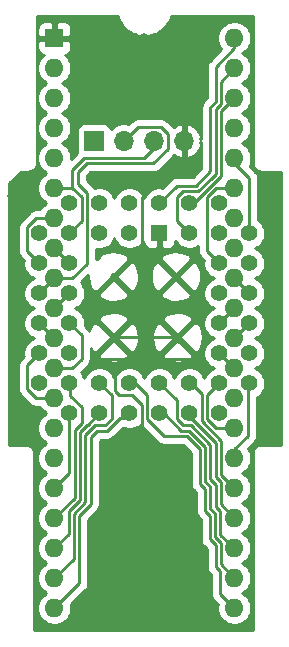
<source format=gbl>
G04 #@! TF.GenerationSoftware,KiCad,Pcbnew,(5.1.6-0)*
G04 #@! TF.CreationDate,2023-03-06T07:47:12+01:00*
G04 #@! TF.ProjectId,CIAAdapter,43494141-6461-4707-9465-722e6b696361,rev?*
G04 #@! TF.SameCoordinates,Original*
G04 #@! TF.FileFunction,Copper,L2,Bot*
G04 #@! TF.FilePolarity,Positive*
%FSLAX46Y46*%
G04 Gerber Fmt 4.6, Leading zero omitted, Abs format (unit mm)*
G04 Created by KiCad (PCBNEW (5.1.6-0)) date 2023-03-06 07:47:12*
%MOMM*%
%LPD*%
G01*
G04 APERTURE LIST*
G04 #@! TA.AperFunction,ComponentPad*
%ADD10O,1.700000X1.700000*%
G04 #@! TD*
G04 #@! TA.AperFunction,ComponentPad*
%ADD11R,1.700000X1.700000*%
G04 #@! TD*
G04 #@! TA.AperFunction,ComponentPad*
%ADD12O,1.600000X1.600000*%
G04 #@! TD*
G04 #@! TA.AperFunction,ComponentPad*
%ADD13R,1.600000X1.600000*%
G04 #@! TD*
G04 #@! TA.AperFunction,ComponentPad*
%ADD14C,1.422400*%
G04 #@! TD*
G04 #@! TA.AperFunction,ComponentPad*
%ADD15R,1.422400X1.422400*%
G04 #@! TD*
G04 #@! TA.AperFunction,ViaPad*
%ADD16C,0.800000*%
G04 #@! TD*
G04 #@! TA.AperFunction,Conductor*
%ADD17C,0.250000*%
G04 #@! TD*
G04 #@! TA.AperFunction,Conductor*
%ADD18C,0.254000*%
G04 #@! TD*
G04 APERTURE END LIST*
D10*
X40640000Y-39179500D03*
X38100000Y-39179500D03*
X35560000Y-39179500D03*
D11*
X33020000Y-39179500D03*
D12*
X44894500Y-30480000D03*
X29654500Y-78740000D03*
X44894500Y-33020000D03*
X29654500Y-76200000D03*
X44894500Y-35560000D03*
X29654500Y-73660000D03*
X44894500Y-38100000D03*
X29654500Y-71120000D03*
X44894500Y-40640000D03*
X29654500Y-68580000D03*
X44894500Y-43180000D03*
X29654500Y-66040000D03*
X44894500Y-45720000D03*
X29654500Y-63500000D03*
X44894500Y-48260000D03*
X29654500Y-60960000D03*
X44894500Y-50800000D03*
X29654500Y-58420000D03*
X44894500Y-53340000D03*
X29654500Y-55880000D03*
X44894500Y-55880000D03*
X29654500Y-53340000D03*
X44894500Y-58420000D03*
X29654500Y-50800000D03*
X44894500Y-60960000D03*
X29654500Y-48260000D03*
X44894500Y-63500000D03*
X29654500Y-45720000D03*
X44894500Y-66040000D03*
X29654500Y-43180000D03*
X44894500Y-68580000D03*
X29654500Y-40640000D03*
X44894500Y-71120000D03*
X29654500Y-38100000D03*
X44894500Y-73660000D03*
X29654500Y-35560000D03*
X44894500Y-76200000D03*
X29654500Y-33020000D03*
X44894500Y-78740000D03*
D13*
X29654500Y-30480000D03*
D14*
X46164500Y-46990000D03*
X46164500Y-49530000D03*
X46164500Y-52070000D03*
X46164500Y-54610000D03*
X46164500Y-57150000D03*
X43624500Y-44450000D03*
X43624500Y-49530000D03*
X43624500Y-52070000D03*
X43624500Y-54610000D03*
X43624500Y-57150000D03*
X43624500Y-59690000D03*
X43624500Y-62230000D03*
X41084500Y-62230000D03*
X38544500Y-62230000D03*
X36004500Y-62230000D03*
X33464500Y-62230000D03*
X30924500Y-62230000D03*
X46164500Y-59690000D03*
X41084500Y-59690000D03*
X38544500Y-59690000D03*
X36004500Y-59690000D03*
X33464500Y-59690000D03*
X30924500Y-59690000D03*
X28384500Y-59690000D03*
X28384500Y-57150000D03*
X28384500Y-54610000D03*
X28384500Y-52070000D03*
X28384500Y-49530000D03*
X28384500Y-46990000D03*
X30924500Y-57150000D03*
X30924500Y-54610000D03*
X30924500Y-52070000D03*
X30924500Y-49530000D03*
X30924500Y-46990000D03*
X41084500Y-44450000D03*
X38544500Y-44450000D03*
X30924500Y-44450000D03*
X33464500Y-44450000D03*
X36004500Y-44450000D03*
X43624500Y-46990000D03*
X41084500Y-46990000D03*
X33464500Y-46990000D03*
X36004500Y-46990000D03*
D15*
X38544500Y-46990000D03*
D16*
X37274500Y-30480000D03*
X33147000Y-57658000D03*
X41656000Y-57721500D03*
X46228000Y-67373500D03*
X47307500Y-42164000D03*
X38576250Y-42576750D03*
X36068000Y-64262000D03*
X31813500Y-79883000D03*
X43180000Y-79819500D03*
X34226500Y-37274500D03*
X26416000Y-64071500D03*
X48133000Y-64198500D03*
X26035000Y-43878500D03*
X27622500Y-42291000D03*
X26860500Y-43053000D03*
D17*
X40068500Y-55816500D02*
X34671000Y-55816500D01*
X41592500Y-57658000D02*
X41656000Y-57721500D01*
X33147000Y-57658000D02*
X41592500Y-57658000D01*
X33147000Y-57340500D02*
X34671000Y-55816500D01*
X33147000Y-57658000D02*
X33147000Y-57340500D01*
X37040701Y-43952623D02*
X37040701Y-48747799D01*
X38416574Y-42576750D02*
X37040701Y-43952623D01*
X38576250Y-42576750D02*
X38416574Y-42576750D01*
X37040701Y-48747799D02*
X36766500Y-49022000D01*
X36322000Y-49022000D02*
X34671000Y-50673000D01*
X36766500Y-49022000D02*
X36322000Y-49022000D01*
X37058289Y-63271711D02*
X36068000Y-64262000D01*
X37058289Y-61569289D02*
X37058289Y-63271711D01*
X36215201Y-60726201D02*
X37058289Y-61569289D01*
X35137111Y-60726201D02*
X36215201Y-60726201D01*
X34798000Y-60387090D02*
X35137111Y-60726201D01*
X34798000Y-58483500D02*
X34798000Y-60387090D01*
X35687000Y-57594500D02*
X34798000Y-58483500D01*
X36512500Y-57594500D02*
X35687000Y-57594500D01*
X34734500Y-55816500D02*
X36512500Y-57594500D01*
X34671000Y-55816500D02*
X34734500Y-55816500D01*
X29654500Y-78740000D02*
X31761019Y-76633481D01*
X31761019Y-70922711D02*
X32724538Y-69959190D01*
X31761019Y-76633481D02*
X31761019Y-70922711D01*
X32724538Y-69959190D02*
X32724538Y-64241372D01*
X32825400Y-64140510D02*
X32826811Y-64140509D01*
X32724538Y-64241372D02*
X32825400Y-64140510D01*
X34148278Y-63716210D02*
X35242500Y-62621988D01*
X33251109Y-63716211D02*
X34148278Y-63716210D01*
X32826811Y-64140509D02*
X33251109Y-63716211D01*
X35612512Y-62621988D02*
X36004500Y-62230000D01*
X35242500Y-62621988D02*
X35612512Y-62621988D01*
X31960701Y-43952623D02*
X31188078Y-43180000D01*
X31960701Y-45953799D02*
X31960701Y-43952623D01*
X31188078Y-43180000D02*
X29654500Y-43180000D01*
X30924500Y-46990000D02*
X31960701Y-45953799D01*
X38100000Y-39179500D02*
X38100000Y-39751000D01*
X38100000Y-39751000D02*
X37211000Y-40640000D01*
X37211000Y-40640000D02*
X32194500Y-40640000D01*
X31188078Y-41646422D02*
X31188078Y-43180000D01*
X32194500Y-40640000D02*
X31188078Y-41646422D01*
X28384500Y-52070000D02*
X29654500Y-50800000D01*
X36735001Y-38004499D02*
X35560000Y-39179500D01*
X39275001Y-39845999D02*
X39275001Y-38615499D01*
X39275001Y-38615499D02*
X38664001Y-38004499D01*
X31638088Y-41832822D02*
X32380900Y-41090010D01*
X31638088Y-42814088D02*
X31638088Y-41832822D01*
X38664001Y-38004499D02*
X36735001Y-38004499D01*
X29654500Y-50800000D02*
X31188078Y-50800000D01*
X32410710Y-43586710D02*
X31638088Y-42814088D01*
X38030990Y-41090010D02*
X39275001Y-39845999D01*
X32410710Y-49577368D02*
X32410710Y-43586710D01*
X32380900Y-41090010D02*
X38030990Y-41090010D01*
X31188078Y-50800000D02*
X32410710Y-49577368D01*
X44894500Y-41084500D02*
X46164500Y-42354500D01*
X44894500Y-40640000D02*
X44894500Y-41084500D01*
X46164500Y-46990000D02*
X46164500Y-42354500D01*
X43360922Y-43180000D02*
X44894500Y-43180000D01*
X42588299Y-43952623D02*
X43360922Y-43180000D01*
X42588299Y-48493799D02*
X42588299Y-43952623D01*
X43624500Y-49530000D02*
X42588299Y-48493799D01*
X44894500Y-50800000D02*
X46164500Y-52070000D01*
X44894500Y-53340000D02*
X43624500Y-54610000D01*
X44894500Y-55880000D02*
X46164500Y-54610000D01*
X43624500Y-57150000D02*
X44894500Y-58420000D01*
X43360922Y-63500000D02*
X44894500Y-63500000D01*
X42588299Y-62727377D02*
X43360922Y-63500000D01*
X42588299Y-60726201D02*
X42588299Y-62727377D01*
X43624500Y-59690000D02*
X42588299Y-60726201D01*
X46019501Y-59834999D02*
X46164500Y-59690000D01*
X46019501Y-64152999D02*
X46019501Y-59834999D01*
X44894500Y-65278000D02*
X46019501Y-64152999D01*
X44894500Y-66040000D02*
X44894500Y-65278000D01*
X41211500Y-59690000D02*
X41084500Y-59690000D01*
X42138290Y-62913778D02*
X42138289Y-60616789D01*
X43769499Y-64544987D02*
X42138290Y-62913778D01*
X43769499Y-67454999D02*
X43769499Y-64544987D01*
X42138289Y-60616789D02*
X41211500Y-59690000D01*
X44894500Y-68580000D02*
X43769499Y-67454999D01*
X41084500Y-62230000D02*
X41084500Y-62496398D01*
X43319489Y-64731387D02*
X43319490Y-67641400D01*
X41084500Y-62496398D02*
X43319489Y-64731387D01*
X43769499Y-68091409D02*
X43769499Y-69959001D01*
X43319490Y-67641400D02*
X43769499Y-68091409D01*
X44894500Y-71084002D02*
X44894500Y-71120000D01*
X43769499Y-69959001D02*
X44894500Y-71084002D01*
X44894500Y-73660000D02*
X44831000Y-73660000D01*
X44831000Y-73660000D02*
X43705294Y-72534294D01*
X43705294Y-70531206D02*
X43319489Y-70145401D01*
X43705294Y-72534294D02*
X43705294Y-70531206D01*
X43319489Y-68277809D02*
X42869481Y-67827799D01*
X43319489Y-70145401D02*
X43319489Y-68277809D01*
X42869481Y-67827799D02*
X42869481Y-64917789D01*
X42869481Y-64917789D02*
X41217893Y-63266201D01*
X40587123Y-63266201D02*
X40005000Y-62684078D01*
X41217893Y-63266201D02*
X40587123Y-63266201D01*
X40005000Y-61150500D02*
X38544500Y-59690000D01*
X40005000Y-62684078D02*
X40005000Y-61150500D01*
X38544500Y-62230000D02*
X38914512Y-62230000D01*
X38914512Y-62230000D02*
X40400723Y-63716211D01*
X40400723Y-63716211D02*
X41031493Y-63716211D01*
X42419471Y-65104189D02*
X42419471Y-68014199D01*
X41031493Y-63716211D02*
X42419471Y-65104189D01*
X42869479Y-68464207D02*
X42869480Y-70331802D01*
X42419471Y-68014199D02*
X42869479Y-68464207D01*
X43255284Y-70717606D02*
X43255285Y-72720695D01*
X42869480Y-70331802D02*
X43255284Y-70717606D01*
X43769499Y-73234909D02*
X43769499Y-75039001D01*
X43255285Y-72720695D02*
X43769499Y-73234909D01*
X44894500Y-76164002D02*
X44894500Y-76200000D01*
X43769499Y-75039001D02*
X44894500Y-76164002D01*
X44894500Y-78740000D02*
X43705294Y-77550794D01*
X43307000Y-75212912D02*
X43307000Y-73408820D01*
X43705294Y-75611206D02*
X43307000Y-75212912D01*
X43705294Y-77550794D02*
X43705294Y-75611206D01*
X43307000Y-73408820D02*
X42805276Y-72907094D01*
X42805276Y-70904008D02*
X42419471Y-70518201D01*
X42805276Y-72907094D02*
X42805276Y-70904008D01*
X42419471Y-68650609D02*
X41969461Y-68200599D01*
X42419471Y-70518201D02*
X42419471Y-68650609D01*
X41969461Y-68200599D02*
X41969461Y-65290589D01*
X40845093Y-64166221D02*
X40214322Y-64166220D01*
X41969461Y-65290589D02*
X40845093Y-64166221D01*
X37508299Y-62727377D02*
X37508299Y-60726201D01*
X38947142Y-64166220D02*
X37508299Y-62727377D01*
X40214322Y-64166220D02*
X38947142Y-64166220D01*
X36472098Y-59690000D02*
X36004500Y-59690000D01*
X37508299Y-60726201D02*
X36472098Y-59690000D01*
X31311009Y-74543491D02*
X29654500Y-76200000D01*
X31311010Y-70736310D02*
X31311009Y-74543491D01*
X32274529Y-69772791D02*
X31311010Y-70736310D01*
X32639000Y-63690500D02*
X32274530Y-64054970D01*
X32640410Y-63690500D02*
X32639000Y-63690500D01*
X33064709Y-63266201D02*
X32640410Y-63690500D01*
X33464500Y-59690000D02*
X34500701Y-60726201D01*
X33961877Y-63266201D02*
X33064709Y-63266201D01*
X32274530Y-64054970D02*
X32274529Y-69772791D01*
X34500701Y-62727377D02*
X33961877Y-63266201D01*
X34500701Y-60726201D02*
X34500701Y-62727377D01*
X29654500Y-73660000D02*
X30861000Y-72453500D01*
X30861000Y-70549910D02*
X31824520Y-69586390D01*
X30861000Y-72453500D02*
X30861000Y-70549910D01*
X31824520Y-69586390D02*
X31824520Y-63807890D01*
X32472801Y-63221699D02*
X33464500Y-62230000D01*
X32410711Y-63221699D02*
X32472801Y-63221699D01*
X31824520Y-63807890D02*
X32410711Y-63221699D01*
X30997578Y-59763078D02*
X30924500Y-59690000D01*
X30997578Y-60769500D02*
X30997578Y-59763078D01*
X31960701Y-61732623D02*
X30997578Y-60769500D01*
X31960701Y-63035299D02*
X31960701Y-61732623D01*
X31374510Y-63621490D02*
X31960701Y-63035299D01*
X31374510Y-69399990D02*
X31374510Y-63621490D01*
X29654500Y-71120000D02*
X31374510Y-69399990D01*
X30924500Y-67310000D02*
X29654500Y-68580000D01*
X30924500Y-62230000D02*
X30924500Y-67310000D01*
X28120922Y-60960000D02*
X29654500Y-60960000D01*
X27348299Y-60187377D02*
X28120922Y-60960000D01*
X27348299Y-58186201D02*
X27348299Y-60187377D01*
X28384500Y-57150000D02*
X27348299Y-58186201D01*
X31960701Y-57647377D02*
X31960701Y-55646201D01*
X31960701Y-55646201D02*
X30924500Y-54610000D01*
X31188078Y-58420000D02*
X31960701Y-57647377D01*
X29654500Y-58420000D02*
X31188078Y-58420000D01*
X29654500Y-55880000D02*
X28384500Y-54610000D01*
X30924500Y-52070000D02*
X29654500Y-53340000D01*
X30924500Y-49530000D02*
X29654500Y-48260000D01*
X28120922Y-45720000D02*
X29654500Y-45720000D01*
X27348299Y-46492623D02*
X28120922Y-45720000D01*
X27348299Y-48493799D02*
X27348299Y-46492623D01*
X28384500Y-49530000D02*
X27348299Y-48493799D01*
X43769499Y-36685001D02*
X44894500Y-35560000D01*
X43769499Y-42146001D02*
X43769499Y-36685001D01*
X43185509Y-42729991D02*
X43769499Y-42146001D01*
X43174521Y-42729991D02*
X43185509Y-42729991D01*
X41454512Y-44450000D02*
X43174521Y-42729991D01*
X41084500Y-44450000D02*
X41454512Y-44450000D01*
X40587123Y-43413799D02*
X41854303Y-43413799D01*
X40048299Y-43952623D02*
X40587123Y-43413799D01*
X40048299Y-45953799D02*
X40048299Y-43952623D01*
X41084500Y-46990000D02*
X40048299Y-45953799D01*
X42988120Y-42279982D02*
X42999108Y-42279982D01*
X41854303Y-43413799D02*
X42988120Y-42279982D01*
X43319489Y-41959601D02*
X43319490Y-36498600D01*
X42999108Y-42279982D02*
X43319489Y-41959601D01*
X43769499Y-36048591D02*
X43769499Y-35019999D01*
X43319490Y-36498600D02*
X43769499Y-36048591D01*
X43769499Y-35019999D02*
X43751500Y-35002000D01*
X43751500Y-34163000D02*
X44894500Y-33020000D01*
X43751500Y-35002000D02*
X43751500Y-34163000D01*
X40030711Y-42963789D02*
X38544500Y-44450000D01*
X42869481Y-41762211D02*
X41667903Y-42963789D01*
X42869481Y-36312201D02*
X42869481Y-41762211D01*
X43319489Y-35862191D02*
X42869481Y-36312201D01*
X43319489Y-35206399D02*
X43319489Y-35862191D01*
X43301490Y-35188400D02*
X43319489Y-35206399D01*
X43301490Y-32948008D02*
X43301490Y-35188400D01*
X44894500Y-31354998D02*
X43301490Y-32948008D01*
X41667903Y-42963789D02*
X40030711Y-42963789D01*
X44894500Y-30480000D02*
X44894500Y-31354998D01*
D18*
G36*
X35069536Y-28814977D02*
G01*
X35093108Y-28869973D01*
X35115897Y-28925265D01*
X35120280Y-28933371D01*
X35281481Y-29226593D01*
X35315268Y-29275938D01*
X35348380Y-29325776D01*
X35354254Y-29332876D01*
X35569338Y-29589203D01*
X35612068Y-29631047D01*
X35654227Y-29673502D01*
X35661369Y-29679326D01*
X35922145Y-29888995D01*
X35972179Y-29921737D01*
X36021790Y-29955200D01*
X36029926Y-29959526D01*
X36326460Y-30114551D01*
X36381925Y-30136960D01*
X36437071Y-30160142D01*
X36445893Y-30162805D01*
X36766891Y-30257279D01*
X36825659Y-30268489D01*
X36884246Y-30280516D01*
X36893417Y-30281415D01*
X37226651Y-30311742D01*
X37286468Y-30311324D01*
X37346286Y-30311742D01*
X37355457Y-30310843D01*
X37688236Y-30275867D01*
X37746871Y-30263831D01*
X37805595Y-30252629D01*
X37814411Y-30249967D01*
X37814415Y-30249966D01*
X37814418Y-30249965D01*
X38134064Y-30151017D01*
X38189207Y-30127837D01*
X38244670Y-30105429D01*
X38252806Y-30101103D01*
X38547147Y-29941953D01*
X38596721Y-29908515D01*
X38646795Y-29875748D01*
X38653936Y-29869923D01*
X38911759Y-29656634D01*
X38953899Y-29614198D01*
X38996649Y-29572335D01*
X39002522Y-29565234D01*
X39214006Y-29305929D01*
X39247076Y-29256154D01*
X39280906Y-29206748D01*
X39285288Y-29198641D01*
X39442379Y-28903197D01*
X39465176Y-28847887D01*
X39488740Y-28792910D01*
X39491465Y-28784107D01*
X39539503Y-28625000D01*
X46432000Y-28625000D01*
X46432001Y-41050843D01*
X46428686Y-41084500D01*
X46441912Y-41218783D01*
X46481081Y-41347906D01*
X46544688Y-41466907D01*
X46630289Y-41571211D01*
X46734593Y-41656812D01*
X46853594Y-41720419D01*
X46982717Y-41759588D01*
X47083353Y-41769500D01*
X47117000Y-41772814D01*
X47150647Y-41769500D01*
X48845000Y-41769500D01*
X48845001Y-64910500D01*
X47150647Y-64910500D01*
X47117000Y-64907186D01*
X47083353Y-64910500D01*
X46982717Y-64920412D01*
X46853594Y-64959581D01*
X46734593Y-65023188D01*
X46630289Y-65108789D01*
X46544688Y-65213093D01*
X46481081Y-65332094D01*
X46441912Y-65461217D01*
X46428686Y-65595500D01*
X46432000Y-65629146D01*
X46432001Y-80595000D01*
X27926500Y-80595000D01*
X27926500Y-65629146D01*
X27929814Y-65595500D01*
X27916588Y-65461217D01*
X27877419Y-65332094D01*
X27813812Y-65213093D01*
X27728211Y-65108789D01*
X27623907Y-65023188D01*
X27504906Y-64959581D01*
X27375783Y-64920412D01*
X27275147Y-64910500D01*
X27241500Y-64907186D01*
X27207853Y-64910500D01*
X25831000Y-64910500D01*
X25831000Y-46492623D01*
X26584623Y-46492623D01*
X26588300Y-46529955D01*
X26588299Y-48456476D01*
X26584623Y-48493799D01*
X26588299Y-48531121D01*
X26588299Y-48531131D01*
X26599296Y-48642784D01*
X26638190Y-48771002D01*
X26642753Y-48786045D01*
X26713325Y-48918075D01*
X26753170Y-48966625D01*
X26808298Y-49033800D01*
X26837301Y-49057603D01*
X27061330Y-49281631D01*
X27038300Y-49397411D01*
X27038300Y-49662589D01*
X27090033Y-49922672D01*
X27191513Y-50167665D01*
X27338838Y-50388153D01*
X27526347Y-50575662D01*
X27746835Y-50722987D01*
X27932760Y-50800000D01*
X27746835Y-50877013D01*
X27526347Y-51024338D01*
X27338838Y-51211847D01*
X27191513Y-51432335D01*
X27090033Y-51677328D01*
X27038300Y-51937411D01*
X27038300Y-52202589D01*
X27090033Y-52462672D01*
X27191513Y-52707665D01*
X27338838Y-52928153D01*
X27526347Y-53115662D01*
X27746835Y-53262987D01*
X27932760Y-53340000D01*
X27746835Y-53417013D01*
X27526347Y-53564338D01*
X27338838Y-53751847D01*
X27191513Y-53972335D01*
X27090033Y-54217328D01*
X27038300Y-54477411D01*
X27038300Y-54742589D01*
X27090033Y-55002672D01*
X27191513Y-55247665D01*
X27338838Y-55468153D01*
X27526347Y-55655662D01*
X27746835Y-55802987D01*
X27932760Y-55880000D01*
X27746835Y-55957013D01*
X27526347Y-56104338D01*
X27338838Y-56291847D01*
X27191513Y-56512335D01*
X27090033Y-56757328D01*
X27038300Y-57017411D01*
X27038300Y-57282589D01*
X27061330Y-57398369D01*
X26837301Y-57622397D01*
X26808298Y-57646200D01*
X26776695Y-57684709D01*
X26713325Y-57761925D01*
X26650213Y-57879999D01*
X26642753Y-57893955D01*
X26599296Y-58037216D01*
X26588299Y-58148869D01*
X26588299Y-58148879D01*
X26584623Y-58186201D01*
X26588299Y-58223524D01*
X26588300Y-60150045D01*
X26584623Y-60187377D01*
X26599297Y-60336362D01*
X26642753Y-60479623D01*
X26713325Y-60611653D01*
X26776695Y-60688869D01*
X26808299Y-60727378D01*
X26837297Y-60751176D01*
X27557123Y-61471002D01*
X27580921Y-61500001D01*
X27609919Y-61523799D01*
X27696645Y-61594974D01*
X27828675Y-61665546D01*
X27971936Y-61709003D01*
X28083589Y-61720000D01*
X28083599Y-61720000D01*
X28120922Y-61723676D01*
X28158245Y-61720000D01*
X28436457Y-61720000D01*
X28539863Y-61874759D01*
X28739741Y-62074637D01*
X28972259Y-62230000D01*
X28739741Y-62385363D01*
X28539863Y-62585241D01*
X28382820Y-62820273D01*
X28274647Y-63081426D01*
X28219500Y-63358665D01*
X28219500Y-63641335D01*
X28274647Y-63918574D01*
X28382820Y-64179727D01*
X28539863Y-64414759D01*
X28739741Y-64614637D01*
X28972259Y-64770000D01*
X28739741Y-64925363D01*
X28539863Y-65125241D01*
X28382820Y-65360273D01*
X28274647Y-65621426D01*
X28219500Y-65898665D01*
X28219500Y-66181335D01*
X28274647Y-66458574D01*
X28382820Y-66719727D01*
X28539863Y-66954759D01*
X28739741Y-67154637D01*
X28972259Y-67310000D01*
X28739741Y-67465363D01*
X28539863Y-67665241D01*
X28382820Y-67900273D01*
X28274647Y-68161426D01*
X28219500Y-68438665D01*
X28219500Y-68721335D01*
X28274647Y-68998574D01*
X28382820Y-69259727D01*
X28539863Y-69494759D01*
X28739741Y-69694637D01*
X28972259Y-69850000D01*
X28739741Y-70005363D01*
X28539863Y-70205241D01*
X28382820Y-70440273D01*
X28274647Y-70701426D01*
X28219500Y-70978665D01*
X28219500Y-71261335D01*
X28274647Y-71538574D01*
X28382820Y-71799727D01*
X28539863Y-72034759D01*
X28739741Y-72234637D01*
X28972259Y-72390000D01*
X28739741Y-72545363D01*
X28539863Y-72745241D01*
X28382820Y-72980273D01*
X28274647Y-73241426D01*
X28219500Y-73518665D01*
X28219500Y-73801335D01*
X28274647Y-74078574D01*
X28382820Y-74339727D01*
X28539863Y-74574759D01*
X28739741Y-74774637D01*
X28972259Y-74930000D01*
X28739741Y-75085363D01*
X28539863Y-75285241D01*
X28382820Y-75520273D01*
X28274647Y-75781426D01*
X28219500Y-76058665D01*
X28219500Y-76341335D01*
X28274647Y-76618574D01*
X28382820Y-76879727D01*
X28539863Y-77114759D01*
X28739741Y-77314637D01*
X28972259Y-77470000D01*
X28739741Y-77625363D01*
X28539863Y-77825241D01*
X28382820Y-78060273D01*
X28274647Y-78321426D01*
X28219500Y-78598665D01*
X28219500Y-78881335D01*
X28274647Y-79158574D01*
X28382820Y-79419727D01*
X28539863Y-79654759D01*
X28739741Y-79854637D01*
X28974773Y-80011680D01*
X29235926Y-80119853D01*
X29513165Y-80175000D01*
X29795835Y-80175000D01*
X30073074Y-80119853D01*
X30334227Y-80011680D01*
X30569259Y-79854637D01*
X30769137Y-79654759D01*
X30926180Y-79419727D01*
X31034353Y-79158574D01*
X31089500Y-78881335D01*
X31089500Y-78598665D01*
X31053188Y-78416114D01*
X32272023Y-77197279D01*
X32301020Y-77173482D01*
X32395993Y-77057757D01*
X32466565Y-76925728D01*
X32510022Y-76782467D01*
X32521019Y-76670814D01*
X32521019Y-76670806D01*
X32524695Y-76633481D01*
X32521019Y-76596156D01*
X32521019Y-71237513D01*
X33235548Y-70522983D01*
X33264539Y-70499191D01*
X33288333Y-70470198D01*
X33288338Y-70470193D01*
X33359512Y-70383466D01*
X33385208Y-70335393D01*
X33430084Y-70251437D01*
X33473541Y-70108176D01*
X33484538Y-69996523D01*
X33484538Y-69996513D01*
X33488214Y-69959190D01*
X33484538Y-69921867D01*
X33484538Y-64557583D01*
X33565911Y-64476210D01*
X34110947Y-64476209D01*
X34148278Y-64479886D01*
X34256621Y-64469215D01*
X34297264Y-64465212D01*
X34345764Y-64450500D01*
X34440524Y-64421756D01*
X34572554Y-64351184D01*
X34659280Y-64280009D01*
X34659281Y-64280008D01*
X34688279Y-64256210D01*
X34712077Y-64227212D01*
X35472524Y-63466765D01*
X35611828Y-63524467D01*
X35871911Y-63576200D01*
X36137089Y-63576200D01*
X36397172Y-63524467D01*
X36642165Y-63422987D01*
X36862653Y-63275662D01*
X36924412Y-63213903D01*
X36968298Y-63267378D01*
X36997302Y-63291181D01*
X38383343Y-64677223D01*
X38407141Y-64706221D01*
X38522866Y-64801194D01*
X38654895Y-64871766D01*
X38798156Y-64915223D01*
X38909809Y-64926220D01*
X38909818Y-64926220D01*
X38947141Y-64929896D01*
X38984464Y-64926220D01*
X40251655Y-64926220D01*
X40251663Y-64926219D01*
X40530291Y-64926220D01*
X41209462Y-65605392D01*
X41209461Y-68163276D01*
X41205785Y-68200599D01*
X41209461Y-68237921D01*
X41209461Y-68237931D01*
X41220458Y-68349584D01*
X41247480Y-68438665D01*
X41263915Y-68492845D01*
X41334487Y-68624875D01*
X41343875Y-68636314D01*
X41429460Y-68740600D01*
X41458464Y-68764403D01*
X41659472Y-68965411D01*
X41659471Y-70480877D01*
X41655795Y-70518200D01*
X41659471Y-70555525D01*
X41659471Y-70555533D01*
X41670468Y-70667186D01*
X41713925Y-70810447D01*
X41784497Y-70942476D01*
X41879470Y-71058202D01*
X41908472Y-71082003D01*
X42045277Y-71218809D01*
X42045276Y-72869770D01*
X42041600Y-72907093D01*
X42045276Y-72944418D01*
X42045276Y-72944426D01*
X42056273Y-73056079D01*
X42099730Y-73199340D01*
X42170302Y-73331369D01*
X42265275Y-73447095D01*
X42294277Y-73470896D01*
X42547001Y-73723621D01*
X42547000Y-75175589D01*
X42543324Y-75212912D01*
X42547000Y-75250234D01*
X42547000Y-75250244D01*
X42557997Y-75361897D01*
X42588429Y-75462220D01*
X42601454Y-75505158D01*
X42672026Y-75637188D01*
X42685002Y-75652999D01*
X42766999Y-75752913D01*
X42796003Y-75776716D01*
X42945295Y-75926008D01*
X42945294Y-77513471D01*
X42941618Y-77550794D01*
X42945294Y-77588116D01*
X42945294Y-77588126D01*
X42956291Y-77699779D01*
X42994349Y-77825241D01*
X42999748Y-77843040D01*
X43070320Y-77975070D01*
X43110165Y-78023620D01*
X43165293Y-78090795D01*
X43194297Y-78114598D01*
X43495812Y-78416114D01*
X43459500Y-78598665D01*
X43459500Y-78881335D01*
X43514647Y-79158574D01*
X43622820Y-79419727D01*
X43779863Y-79654759D01*
X43979741Y-79854637D01*
X44214773Y-80011680D01*
X44475926Y-80119853D01*
X44753165Y-80175000D01*
X45035835Y-80175000D01*
X45313074Y-80119853D01*
X45574227Y-80011680D01*
X45809259Y-79854637D01*
X46009137Y-79654759D01*
X46166180Y-79419727D01*
X46274353Y-79158574D01*
X46329500Y-78881335D01*
X46329500Y-78598665D01*
X46274353Y-78321426D01*
X46166180Y-78060273D01*
X46009137Y-77825241D01*
X45809259Y-77625363D01*
X45576741Y-77470000D01*
X45809259Y-77314637D01*
X46009137Y-77114759D01*
X46166180Y-76879727D01*
X46274353Y-76618574D01*
X46329500Y-76341335D01*
X46329500Y-76058665D01*
X46274353Y-75781426D01*
X46166180Y-75520273D01*
X46009137Y-75285241D01*
X45809259Y-75085363D01*
X45576741Y-74930000D01*
X45809259Y-74774637D01*
X46009137Y-74574759D01*
X46166180Y-74339727D01*
X46274353Y-74078574D01*
X46329500Y-73801335D01*
X46329500Y-73518665D01*
X46274353Y-73241426D01*
X46166180Y-72980273D01*
X46009137Y-72745241D01*
X45809259Y-72545363D01*
X45576741Y-72390000D01*
X45809259Y-72234637D01*
X46009137Y-72034759D01*
X46166180Y-71799727D01*
X46274353Y-71538574D01*
X46329500Y-71261335D01*
X46329500Y-70978665D01*
X46274353Y-70701426D01*
X46166180Y-70440273D01*
X46009137Y-70205241D01*
X45809259Y-70005363D01*
X45576741Y-69850000D01*
X45809259Y-69694637D01*
X46009137Y-69494759D01*
X46166180Y-69259727D01*
X46274353Y-68998574D01*
X46329500Y-68721335D01*
X46329500Y-68438665D01*
X46274353Y-68161426D01*
X46166180Y-67900273D01*
X46009137Y-67665241D01*
X45809259Y-67465363D01*
X45576741Y-67310000D01*
X45809259Y-67154637D01*
X46009137Y-66954759D01*
X46166180Y-66719727D01*
X46274353Y-66458574D01*
X46329500Y-66181335D01*
X46329500Y-65898665D01*
X46274353Y-65621426D01*
X46166180Y-65360273D01*
X46054368Y-65192934D01*
X46530505Y-64716797D01*
X46559502Y-64693000D01*
X46654475Y-64577275D01*
X46725047Y-64445246D01*
X46768504Y-64301985D01*
X46779501Y-64190332D01*
X46779501Y-64190324D01*
X46783177Y-64152999D01*
X46779501Y-64115674D01*
X46779501Y-60892375D01*
X46802165Y-60882987D01*
X47022653Y-60735662D01*
X47210162Y-60548153D01*
X47357487Y-60327665D01*
X47458967Y-60082672D01*
X47510700Y-59822589D01*
X47510700Y-59557411D01*
X47458967Y-59297328D01*
X47357487Y-59052335D01*
X47210162Y-58831847D01*
X47022653Y-58644338D01*
X46802165Y-58497013D01*
X46616240Y-58420000D01*
X46802165Y-58342987D01*
X47022653Y-58195662D01*
X47210162Y-58008153D01*
X47357487Y-57787665D01*
X47458967Y-57542672D01*
X47510700Y-57282589D01*
X47510700Y-57017411D01*
X47458967Y-56757328D01*
X47357487Y-56512335D01*
X47210162Y-56291847D01*
X47022653Y-56104338D01*
X46802165Y-55957013D01*
X46616240Y-55880000D01*
X46802165Y-55802987D01*
X47022653Y-55655662D01*
X47210162Y-55468153D01*
X47357487Y-55247665D01*
X47458967Y-55002672D01*
X47510700Y-54742589D01*
X47510700Y-54477411D01*
X47458967Y-54217328D01*
X47357487Y-53972335D01*
X47210162Y-53751847D01*
X47022653Y-53564338D01*
X46802165Y-53417013D01*
X46616240Y-53340000D01*
X46802165Y-53262987D01*
X47022653Y-53115662D01*
X47210162Y-52928153D01*
X47357487Y-52707665D01*
X47458967Y-52462672D01*
X47510700Y-52202589D01*
X47510700Y-51937411D01*
X47458967Y-51677328D01*
X47357487Y-51432335D01*
X47210162Y-51211847D01*
X47022653Y-51024338D01*
X46802165Y-50877013D01*
X46616240Y-50800000D01*
X46802165Y-50722987D01*
X47022653Y-50575662D01*
X47210162Y-50388153D01*
X47357487Y-50167665D01*
X47458967Y-49922672D01*
X47510700Y-49662589D01*
X47510700Y-49397411D01*
X47458967Y-49137328D01*
X47357487Y-48892335D01*
X47210162Y-48671847D01*
X47022653Y-48484338D01*
X46802165Y-48337013D01*
X46616240Y-48260000D01*
X46802165Y-48182987D01*
X47022653Y-48035662D01*
X47210162Y-47848153D01*
X47357487Y-47627665D01*
X47458967Y-47382672D01*
X47510700Y-47122589D01*
X47510700Y-46857411D01*
X47458967Y-46597328D01*
X47357487Y-46352335D01*
X47210162Y-46131847D01*
X47022653Y-45944338D01*
X46924500Y-45878754D01*
X46924500Y-42391822D01*
X46928176Y-42354499D01*
X46924500Y-42317176D01*
X46924500Y-42317167D01*
X46913503Y-42205514D01*
X46870046Y-42062253D01*
X46799474Y-41930224D01*
X46704501Y-41814499D01*
X46675503Y-41790701D01*
X46177412Y-41292610D01*
X46274353Y-41058574D01*
X46329500Y-40781335D01*
X46329500Y-40498665D01*
X46274353Y-40221426D01*
X46166180Y-39960273D01*
X46009137Y-39725241D01*
X45809259Y-39525363D01*
X45576741Y-39370000D01*
X45809259Y-39214637D01*
X46009137Y-39014759D01*
X46166180Y-38779727D01*
X46274353Y-38518574D01*
X46329500Y-38241335D01*
X46329500Y-37958665D01*
X46274353Y-37681426D01*
X46166180Y-37420273D01*
X46009137Y-37185241D01*
X45809259Y-36985363D01*
X45576741Y-36830000D01*
X45809259Y-36674637D01*
X46009137Y-36474759D01*
X46166180Y-36239727D01*
X46274353Y-35978574D01*
X46329500Y-35701335D01*
X46329500Y-35418665D01*
X46274353Y-35141426D01*
X46166180Y-34880273D01*
X46009137Y-34645241D01*
X45809259Y-34445363D01*
X45576741Y-34290000D01*
X45809259Y-34134637D01*
X46009137Y-33934759D01*
X46166180Y-33699727D01*
X46274353Y-33438574D01*
X46329500Y-33161335D01*
X46329500Y-32878665D01*
X46274353Y-32601426D01*
X46166180Y-32340273D01*
X46009137Y-32105241D01*
X45809259Y-31905363D01*
X45576741Y-31750000D01*
X45809259Y-31594637D01*
X46009137Y-31394759D01*
X46166180Y-31159727D01*
X46274353Y-30898574D01*
X46329500Y-30621335D01*
X46329500Y-30338665D01*
X46274353Y-30061426D01*
X46166180Y-29800273D01*
X46009137Y-29565241D01*
X45809259Y-29365363D01*
X45574227Y-29208320D01*
X45313074Y-29100147D01*
X45035835Y-29045000D01*
X44753165Y-29045000D01*
X44475926Y-29100147D01*
X44214773Y-29208320D01*
X43979741Y-29365363D01*
X43779863Y-29565241D01*
X43622820Y-29800273D01*
X43514647Y-30061426D01*
X43459500Y-30338665D01*
X43459500Y-30621335D01*
X43514647Y-30898574D01*
X43622820Y-31159727D01*
X43779863Y-31394759D01*
X43779900Y-31394796D01*
X42790493Y-32384204D01*
X42761489Y-32408007D01*
X42721938Y-32456201D01*
X42666516Y-32523732D01*
X42595945Y-32655761D01*
X42595944Y-32655762D01*
X42552487Y-32799023D01*
X42541490Y-32910676D01*
X42541490Y-32910686D01*
X42537814Y-32948008D01*
X42541490Y-32985331D01*
X42541491Y-35151068D01*
X42537814Y-35188400D01*
X42541491Y-35225733D01*
X42548648Y-35298393D01*
X42552488Y-35337385D01*
X42559489Y-35360465D01*
X42559489Y-35547391D01*
X42358483Y-35748398D01*
X42329480Y-35772200D01*
X42305681Y-35801200D01*
X42234506Y-35887927D01*
X42228264Y-35899605D01*
X42163935Y-36019955D01*
X42120478Y-36163216D01*
X42109481Y-36274869D01*
X42109481Y-36274877D01*
X42105805Y-36312202D01*
X42109481Y-36349525D01*
X42109482Y-39052498D01*
X41960815Y-39052498D01*
X42081481Y-38822609D01*
X41984157Y-38548248D01*
X41835178Y-38298145D01*
X41640269Y-38081912D01*
X41406920Y-37907859D01*
X41144099Y-37782675D01*
X40996890Y-37738024D01*
X40767000Y-37859345D01*
X40767000Y-39052500D01*
X40787000Y-39052500D01*
X40787000Y-39306500D01*
X40767000Y-39306500D01*
X40767000Y-40499655D01*
X40996890Y-40620976D01*
X41144099Y-40576325D01*
X41406920Y-40451141D01*
X41640269Y-40277088D01*
X41835178Y-40060855D01*
X41984157Y-39810752D01*
X42081481Y-39536391D01*
X41960815Y-39306502D01*
X42109482Y-39306502D01*
X42109482Y-41447408D01*
X41353102Y-42203789D01*
X40068036Y-42203789D01*
X40030711Y-42200113D01*
X39993386Y-42203789D01*
X39993378Y-42203789D01*
X39881725Y-42214786D01*
X39738464Y-42258243D01*
X39606435Y-42328815D01*
X39490710Y-42423788D01*
X39466912Y-42452786D01*
X38792869Y-43126830D01*
X38677089Y-43103800D01*
X38411911Y-43103800D01*
X38151828Y-43155533D01*
X37906835Y-43257013D01*
X37686347Y-43404338D01*
X37498838Y-43591847D01*
X37351513Y-43812335D01*
X37274500Y-43998260D01*
X37197487Y-43812335D01*
X37050162Y-43591847D01*
X36862653Y-43404338D01*
X36642165Y-43257013D01*
X36397172Y-43155533D01*
X36137089Y-43103800D01*
X35871911Y-43103800D01*
X35611828Y-43155533D01*
X35366835Y-43257013D01*
X35146347Y-43404338D01*
X34958838Y-43591847D01*
X34811513Y-43812335D01*
X34734500Y-43998260D01*
X34657487Y-43812335D01*
X34510162Y-43591847D01*
X34322653Y-43404338D01*
X34102165Y-43257013D01*
X33857172Y-43155533D01*
X33597089Y-43103800D01*
X33331911Y-43103800D01*
X33071828Y-43155533D01*
X33047403Y-43165650D01*
X33045684Y-43162434D01*
X32974509Y-43075707D01*
X32950711Y-43046709D01*
X32921712Y-43022911D01*
X32398088Y-42499287D01*
X32398088Y-42147623D01*
X32695702Y-41850010D01*
X37993668Y-41850010D01*
X38030990Y-41853686D01*
X38068312Y-41850010D01*
X38068323Y-41850010D01*
X38179976Y-41839013D01*
X38323237Y-41795556D01*
X38455266Y-41724984D01*
X38570991Y-41630011D01*
X38594794Y-41601007D01*
X39786005Y-40409797D01*
X39801073Y-40397431D01*
X39873080Y-40451141D01*
X40135901Y-40576325D01*
X40283110Y-40620976D01*
X40513000Y-40499655D01*
X40513000Y-39306500D01*
X40493000Y-39306500D01*
X40493000Y-39052500D01*
X40513000Y-39052500D01*
X40513000Y-37859345D01*
X40283110Y-37738024D01*
X40135901Y-37782675D01*
X39873080Y-37907859D01*
X39740817Y-38006513D01*
X39227804Y-37493501D01*
X39204002Y-37464498D01*
X39088277Y-37369525D01*
X38956248Y-37298953D01*
X38812987Y-37255496D01*
X38701334Y-37244499D01*
X38701323Y-37244499D01*
X38664001Y-37240823D01*
X38626679Y-37244499D01*
X36772323Y-37244499D01*
X36735000Y-37240823D01*
X36697677Y-37244499D01*
X36697668Y-37244499D01*
X36586015Y-37255496D01*
X36442754Y-37298953D01*
X36310725Y-37369525D01*
X36195000Y-37464498D01*
X36171202Y-37493496D01*
X35926408Y-37738290D01*
X35706260Y-37694500D01*
X35413740Y-37694500D01*
X35126842Y-37751568D01*
X34856589Y-37863510D01*
X34613368Y-38026025D01*
X34481513Y-38157880D01*
X34459502Y-38085320D01*
X34400537Y-37975006D01*
X34321185Y-37878315D01*
X34224494Y-37798963D01*
X34114180Y-37739998D01*
X33994482Y-37703688D01*
X33870000Y-37691428D01*
X32170000Y-37691428D01*
X32045518Y-37703688D01*
X31925820Y-37739998D01*
X31815506Y-37798963D01*
X31718815Y-37878315D01*
X31639463Y-37975006D01*
X31580498Y-38085320D01*
X31544188Y-38205018D01*
X31531928Y-38329500D01*
X31531928Y-40029500D01*
X31544188Y-40153982D01*
X31558508Y-40201190D01*
X31089500Y-40670199D01*
X31089500Y-40498665D01*
X31034353Y-40221426D01*
X30926180Y-39960273D01*
X30769137Y-39725241D01*
X30569259Y-39525363D01*
X30336741Y-39370000D01*
X30569259Y-39214637D01*
X30769137Y-39014759D01*
X30926180Y-38779727D01*
X31034353Y-38518574D01*
X31089500Y-38241335D01*
X31089500Y-37958665D01*
X31034353Y-37681426D01*
X30926180Y-37420273D01*
X30769137Y-37185241D01*
X30569259Y-36985363D01*
X30336741Y-36830000D01*
X30569259Y-36674637D01*
X30769137Y-36474759D01*
X30926180Y-36239727D01*
X31034353Y-35978574D01*
X31089500Y-35701335D01*
X31089500Y-35418665D01*
X31034353Y-35141426D01*
X30926180Y-34880273D01*
X30769137Y-34645241D01*
X30569259Y-34445363D01*
X30336741Y-34290000D01*
X30569259Y-34134637D01*
X30769137Y-33934759D01*
X30926180Y-33699727D01*
X31034353Y-33438574D01*
X31089500Y-33161335D01*
X31089500Y-32878665D01*
X31034353Y-32601426D01*
X30926180Y-32340273D01*
X30769137Y-32105241D01*
X30570539Y-31906643D01*
X30578982Y-31905812D01*
X30698680Y-31869502D01*
X30808994Y-31810537D01*
X30905685Y-31731185D01*
X30985037Y-31634494D01*
X31044002Y-31524180D01*
X31080312Y-31404482D01*
X31092572Y-31280000D01*
X31089500Y-30765750D01*
X30930750Y-30607000D01*
X29781500Y-30607000D01*
X29781500Y-30627000D01*
X29527500Y-30627000D01*
X29527500Y-30607000D01*
X28378250Y-30607000D01*
X28219500Y-30765750D01*
X28216428Y-31280000D01*
X28228688Y-31404482D01*
X28264998Y-31524180D01*
X28323963Y-31634494D01*
X28403315Y-31731185D01*
X28500006Y-31810537D01*
X28610320Y-31869502D01*
X28730018Y-31905812D01*
X28738461Y-31906643D01*
X28539863Y-32105241D01*
X28382820Y-32340273D01*
X28274647Y-32601426D01*
X28219500Y-32878665D01*
X28219500Y-33161335D01*
X28274647Y-33438574D01*
X28382820Y-33699727D01*
X28539863Y-33934759D01*
X28739741Y-34134637D01*
X28972259Y-34290000D01*
X28739741Y-34445363D01*
X28539863Y-34645241D01*
X28382820Y-34880273D01*
X28274647Y-35141426D01*
X28219500Y-35418665D01*
X28219500Y-35701335D01*
X28274647Y-35978574D01*
X28382820Y-36239727D01*
X28539863Y-36474759D01*
X28739741Y-36674637D01*
X28972259Y-36830000D01*
X28739741Y-36985363D01*
X28539863Y-37185241D01*
X28382820Y-37420273D01*
X28274647Y-37681426D01*
X28219500Y-37958665D01*
X28219500Y-38241335D01*
X28274647Y-38518574D01*
X28382820Y-38779727D01*
X28539863Y-39014759D01*
X28739741Y-39214637D01*
X28972259Y-39370000D01*
X28739741Y-39525363D01*
X28539863Y-39725241D01*
X28382820Y-39960273D01*
X28274647Y-40221426D01*
X28219500Y-40498665D01*
X28219500Y-40781335D01*
X28274647Y-41058574D01*
X28382820Y-41319727D01*
X28539863Y-41554759D01*
X28739741Y-41754637D01*
X28972259Y-41910000D01*
X28739741Y-42065363D01*
X28539863Y-42265241D01*
X28382820Y-42500273D01*
X28274647Y-42761426D01*
X28219500Y-43038665D01*
X28219500Y-43321335D01*
X28274647Y-43598574D01*
X28382820Y-43859727D01*
X28539863Y-44094759D01*
X28739741Y-44294637D01*
X28972259Y-44450000D01*
X28739741Y-44605363D01*
X28539863Y-44805241D01*
X28436457Y-44960000D01*
X28158245Y-44960000D01*
X28120922Y-44956324D01*
X28083599Y-44960000D01*
X28083589Y-44960000D01*
X27971936Y-44970997D01*
X27830834Y-45013799D01*
X27828675Y-45014454D01*
X27696645Y-45085026D01*
X27613005Y-45153668D01*
X27580921Y-45179999D01*
X27557123Y-45208998D01*
X26837297Y-45928824D01*
X26808299Y-45952622D01*
X26784501Y-45981620D01*
X26784500Y-45981621D01*
X26713325Y-46068347D01*
X26642753Y-46200377D01*
X26599297Y-46343638D01*
X26584623Y-46492623D01*
X25831000Y-46492623D01*
X25831000Y-42711111D01*
X26817451Y-41769500D01*
X27461853Y-41769500D01*
X27495500Y-41772814D01*
X27529147Y-41769500D01*
X27629783Y-41759588D01*
X27758906Y-41720419D01*
X27877907Y-41656812D01*
X27982211Y-41571211D01*
X28067812Y-41466907D01*
X28131419Y-41347906D01*
X28170588Y-41218783D01*
X28183814Y-41084500D01*
X28180500Y-41050853D01*
X28180500Y-29680000D01*
X28216428Y-29680000D01*
X28219500Y-30194250D01*
X28378250Y-30353000D01*
X29527500Y-30353000D01*
X29527500Y-29203750D01*
X29781500Y-29203750D01*
X29781500Y-30353000D01*
X30930750Y-30353000D01*
X31089500Y-30194250D01*
X31092572Y-29680000D01*
X31080312Y-29555518D01*
X31044002Y-29435820D01*
X30985037Y-29325506D01*
X30905685Y-29228815D01*
X30808994Y-29149463D01*
X30698680Y-29090498D01*
X30578982Y-29054188D01*
X30454500Y-29041928D01*
X29940250Y-29045000D01*
X29781500Y-29203750D01*
X29527500Y-29203750D01*
X29368750Y-29045000D01*
X28854500Y-29041928D01*
X28730018Y-29054188D01*
X28610320Y-29090498D01*
X28500006Y-29149463D01*
X28403315Y-29228815D01*
X28323963Y-29325506D01*
X28264998Y-29435820D01*
X28228688Y-29555518D01*
X28216428Y-29680000D01*
X28180500Y-29680000D01*
X28180500Y-28625000D01*
X35009272Y-28625000D01*
X35069536Y-28814977D01*
G37*
X35069536Y-28814977D02*
X35093108Y-28869973D01*
X35115897Y-28925265D01*
X35120280Y-28933371D01*
X35281481Y-29226593D01*
X35315268Y-29275938D01*
X35348380Y-29325776D01*
X35354254Y-29332876D01*
X35569338Y-29589203D01*
X35612068Y-29631047D01*
X35654227Y-29673502D01*
X35661369Y-29679326D01*
X35922145Y-29888995D01*
X35972179Y-29921737D01*
X36021790Y-29955200D01*
X36029926Y-29959526D01*
X36326460Y-30114551D01*
X36381925Y-30136960D01*
X36437071Y-30160142D01*
X36445893Y-30162805D01*
X36766891Y-30257279D01*
X36825659Y-30268489D01*
X36884246Y-30280516D01*
X36893417Y-30281415D01*
X37226651Y-30311742D01*
X37286468Y-30311324D01*
X37346286Y-30311742D01*
X37355457Y-30310843D01*
X37688236Y-30275867D01*
X37746871Y-30263831D01*
X37805595Y-30252629D01*
X37814411Y-30249967D01*
X37814415Y-30249966D01*
X37814418Y-30249965D01*
X38134064Y-30151017D01*
X38189207Y-30127837D01*
X38244670Y-30105429D01*
X38252806Y-30101103D01*
X38547147Y-29941953D01*
X38596721Y-29908515D01*
X38646795Y-29875748D01*
X38653936Y-29869923D01*
X38911759Y-29656634D01*
X38953899Y-29614198D01*
X38996649Y-29572335D01*
X39002522Y-29565234D01*
X39214006Y-29305929D01*
X39247076Y-29256154D01*
X39280906Y-29206748D01*
X39285288Y-29198641D01*
X39442379Y-28903197D01*
X39465176Y-28847887D01*
X39488740Y-28792910D01*
X39491465Y-28784107D01*
X39539503Y-28625000D01*
X46432000Y-28625000D01*
X46432001Y-41050843D01*
X46428686Y-41084500D01*
X46441912Y-41218783D01*
X46481081Y-41347906D01*
X46544688Y-41466907D01*
X46630289Y-41571211D01*
X46734593Y-41656812D01*
X46853594Y-41720419D01*
X46982717Y-41759588D01*
X47083353Y-41769500D01*
X47117000Y-41772814D01*
X47150647Y-41769500D01*
X48845000Y-41769500D01*
X48845001Y-64910500D01*
X47150647Y-64910500D01*
X47117000Y-64907186D01*
X47083353Y-64910500D01*
X46982717Y-64920412D01*
X46853594Y-64959581D01*
X46734593Y-65023188D01*
X46630289Y-65108789D01*
X46544688Y-65213093D01*
X46481081Y-65332094D01*
X46441912Y-65461217D01*
X46428686Y-65595500D01*
X46432000Y-65629146D01*
X46432001Y-80595000D01*
X27926500Y-80595000D01*
X27926500Y-65629146D01*
X27929814Y-65595500D01*
X27916588Y-65461217D01*
X27877419Y-65332094D01*
X27813812Y-65213093D01*
X27728211Y-65108789D01*
X27623907Y-65023188D01*
X27504906Y-64959581D01*
X27375783Y-64920412D01*
X27275147Y-64910500D01*
X27241500Y-64907186D01*
X27207853Y-64910500D01*
X25831000Y-64910500D01*
X25831000Y-46492623D01*
X26584623Y-46492623D01*
X26588300Y-46529955D01*
X26588299Y-48456476D01*
X26584623Y-48493799D01*
X26588299Y-48531121D01*
X26588299Y-48531131D01*
X26599296Y-48642784D01*
X26638190Y-48771002D01*
X26642753Y-48786045D01*
X26713325Y-48918075D01*
X26753170Y-48966625D01*
X26808298Y-49033800D01*
X26837301Y-49057603D01*
X27061330Y-49281631D01*
X27038300Y-49397411D01*
X27038300Y-49662589D01*
X27090033Y-49922672D01*
X27191513Y-50167665D01*
X27338838Y-50388153D01*
X27526347Y-50575662D01*
X27746835Y-50722987D01*
X27932760Y-50800000D01*
X27746835Y-50877013D01*
X27526347Y-51024338D01*
X27338838Y-51211847D01*
X27191513Y-51432335D01*
X27090033Y-51677328D01*
X27038300Y-51937411D01*
X27038300Y-52202589D01*
X27090033Y-52462672D01*
X27191513Y-52707665D01*
X27338838Y-52928153D01*
X27526347Y-53115662D01*
X27746835Y-53262987D01*
X27932760Y-53340000D01*
X27746835Y-53417013D01*
X27526347Y-53564338D01*
X27338838Y-53751847D01*
X27191513Y-53972335D01*
X27090033Y-54217328D01*
X27038300Y-54477411D01*
X27038300Y-54742589D01*
X27090033Y-55002672D01*
X27191513Y-55247665D01*
X27338838Y-55468153D01*
X27526347Y-55655662D01*
X27746835Y-55802987D01*
X27932760Y-55880000D01*
X27746835Y-55957013D01*
X27526347Y-56104338D01*
X27338838Y-56291847D01*
X27191513Y-56512335D01*
X27090033Y-56757328D01*
X27038300Y-57017411D01*
X27038300Y-57282589D01*
X27061330Y-57398369D01*
X26837301Y-57622397D01*
X26808298Y-57646200D01*
X26776695Y-57684709D01*
X26713325Y-57761925D01*
X26650213Y-57879999D01*
X26642753Y-57893955D01*
X26599296Y-58037216D01*
X26588299Y-58148869D01*
X26588299Y-58148879D01*
X26584623Y-58186201D01*
X26588299Y-58223524D01*
X26588300Y-60150045D01*
X26584623Y-60187377D01*
X26599297Y-60336362D01*
X26642753Y-60479623D01*
X26713325Y-60611653D01*
X26776695Y-60688869D01*
X26808299Y-60727378D01*
X26837297Y-60751176D01*
X27557123Y-61471002D01*
X27580921Y-61500001D01*
X27609919Y-61523799D01*
X27696645Y-61594974D01*
X27828675Y-61665546D01*
X27971936Y-61709003D01*
X28083589Y-61720000D01*
X28083599Y-61720000D01*
X28120922Y-61723676D01*
X28158245Y-61720000D01*
X28436457Y-61720000D01*
X28539863Y-61874759D01*
X28739741Y-62074637D01*
X28972259Y-62230000D01*
X28739741Y-62385363D01*
X28539863Y-62585241D01*
X28382820Y-62820273D01*
X28274647Y-63081426D01*
X28219500Y-63358665D01*
X28219500Y-63641335D01*
X28274647Y-63918574D01*
X28382820Y-64179727D01*
X28539863Y-64414759D01*
X28739741Y-64614637D01*
X28972259Y-64770000D01*
X28739741Y-64925363D01*
X28539863Y-65125241D01*
X28382820Y-65360273D01*
X28274647Y-65621426D01*
X28219500Y-65898665D01*
X28219500Y-66181335D01*
X28274647Y-66458574D01*
X28382820Y-66719727D01*
X28539863Y-66954759D01*
X28739741Y-67154637D01*
X28972259Y-67310000D01*
X28739741Y-67465363D01*
X28539863Y-67665241D01*
X28382820Y-67900273D01*
X28274647Y-68161426D01*
X28219500Y-68438665D01*
X28219500Y-68721335D01*
X28274647Y-68998574D01*
X28382820Y-69259727D01*
X28539863Y-69494759D01*
X28739741Y-69694637D01*
X28972259Y-69850000D01*
X28739741Y-70005363D01*
X28539863Y-70205241D01*
X28382820Y-70440273D01*
X28274647Y-70701426D01*
X28219500Y-70978665D01*
X28219500Y-71261335D01*
X28274647Y-71538574D01*
X28382820Y-71799727D01*
X28539863Y-72034759D01*
X28739741Y-72234637D01*
X28972259Y-72390000D01*
X28739741Y-72545363D01*
X28539863Y-72745241D01*
X28382820Y-72980273D01*
X28274647Y-73241426D01*
X28219500Y-73518665D01*
X28219500Y-73801335D01*
X28274647Y-74078574D01*
X28382820Y-74339727D01*
X28539863Y-74574759D01*
X28739741Y-74774637D01*
X28972259Y-74930000D01*
X28739741Y-75085363D01*
X28539863Y-75285241D01*
X28382820Y-75520273D01*
X28274647Y-75781426D01*
X28219500Y-76058665D01*
X28219500Y-76341335D01*
X28274647Y-76618574D01*
X28382820Y-76879727D01*
X28539863Y-77114759D01*
X28739741Y-77314637D01*
X28972259Y-77470000D01*
X28739741Y-77625363D01*
X28539863Y-77825241D01*
X28382820Y-78060273D01*
X28274647Y-78321426D01*
X28219500Y-78598665D01*
X28219500Y-78881335D01*
X28274647Y-79158574D01*
X28382820Y-79419727D01*
X28539863Y-79654759D01*
X28739741Y-79854637D01*
X28974773Y-80011680D01*
X29235926Y-80119853D01*
X29513165Y-80175000D01*
X29795835Y-80175000D01*
X30073074Y-80119853D01*
X30334227Y-80011680D01*
X30569259Y-79854637D01*
X30769137Y-79654759D01*
X30926180Y-79419727D01*
X31034353Y-79158574D01*
X31089500Y-78881335D01*
X31089500Y-78598665D01*
X31053188Y-78416114D01*
X32272023Y-77197279D01*
X32301020Y-77173482D01*
X32395993Y-77057757D01*
X32466565Y-76925728D01*
X32510022Y-76782467D01*
X32521019Y-76670814D01*
X32521019Y-76670806D01*
X32524695Y-76633481D01*
X32521019Y-76596156D01*
X32521019Y-71237513D01*
X33235548Y-70522983D01*
X33264539Y-70499191D01*
X33288333Y-70470198D01*
X33288338Y-70470193D01*
X33359512Y-70383466D01*
X33385208Y-70335393D01*
X33430084Y-70251437D01*
X33473541Y-70108176D01*
X33484538Y-69996523D01*
X33484538Y-69996513D01*
X33488214Y-69959190D01*
X33484538Y-69921867D01*
X33484538Y-64557583D01*
X33565911Y-64476210D01*
X34110947Y-64476209D01*
X34148278Y-64479886D01*
X34256621Y-64469215D01*
X34297264Y-64465212D01*
X34345764Y-64450500D01*
X34440524Y-64421756D01*
X34572554Y-64351184D01*
X34659280Y-64280009D01*
X34659281Y-64280008D01*
X34688279Y-64256210D01*
X34712077Y-64227212D01*
X35472524Y-63466765D01*
X35611828Y-63524467D01*
X35871911Y-63576200D01*
X36137089Y-63576200D01*
X36397172Y-63524467D01*
X36642165Y-63422987D01*
X36862653Y-63275662D01*
X36924412Y-63213903D01*
X36968298Y-63267378D01*
X36997302Y-63291181D01*
X38383343Y-64677223D01*
X38407141Y-64706221D01*
X38522866Y-64801194D01*
X38654895Y-64871766D01*
X38798156Y-64915223D01*
X38909809Y-64926220D01*
X38909818Y-64926220D01*
X38947141Y-64929896D01*
X38984464Y-64926220D01*
X40251655Y-64926220D01*
X40251663Y-64926219D01*
X40530291Y-64926220D01*
X41209462Y-65605392D01*
X41209461Y-68163276D01*
X41205785Y-68200599D01*
X41209461Y-68237921D01*
X41209461Y-68237931D01*
X41220458Y-68349584D01*
X41247480Y-68438665D01*
X41263915Y-68492845D01*
X41334487Y-68624875D01*
X41343875Y-68636314D01*
X41429460Y-68740600D01*
X41458464Y-68764403D01*
X41659472Y-68965411D01*
X41659471Y-70480877D01*
X41655795Y-70518200D01*
X41659471Y-70555525D01*
X41659471Y-70555533D01*
X41670468Y-70667186D01*
X41713925Y-70810447D01*
X41784497Y-70942476D01*
X41879470Y-71058202D01*
X41908472Y-71082003D01*
X42045277Y-71218809D01*
X42045276Y-72869770D01*
X42041600Y-72907093D01*
X42045276Y-72944418D01*
X42045276Y-72944426D01*
X42056273Y-73056079D01*
X42099730Y-73199340D01*
X42170302Y-73331369D01*
X42265275Y-73447095D01*
X42294277Y-73470896D01*
X42547001Y-73723621D01*
X42547000Y-75175589D01*
X42543324Y-75212912D01*
X42547000Y-75250234D01*
X42547000Y-75250244D01*
X42557997Y-75361897D01*
X42588429Y-75462220D01*
X42601454Y-75505158D01*
X42672026Y-75637188D01*
X42685002Y-75652999D01*
X42766999Y-75752913D01*
X42796003Y-75776716D01*
X42945295Y-75926008D01*
X42945294Y-77513471D01*
X42941618Y-77550794D01*
X42945294Y-77588116D01*
X42945294Y-77588126D01*
X42956291Y-77699779D01*
X42994349Y-77825241D01*
X42999748Y-77843040D01*
X43070320Y-77975070D01*
X43110165Y-78023620D01*
X43165293Y-78090795D01*
X43194297Y-78114598D01*
X43495812Y-78416114D01*
X43459500Y-78598665D01*
X43459500Y-78881335D01*
X43514647Y-79158574D01*
X43622820Y-79419727D01*
X43779863Y-79654759D01*
X43979741Y-79854637D01*
X44214773Y-80011680D01*
X44475926Y-80119853D01*
X44753165Y-80175000D01*
X45035835Y-80175000D01*
X45313074Y-80119853D01*
X45574227Y-80011680D01*
X45809259Y-79854637D01*
X46009137Y-79654759D01*
X46166180Y-79419727D01*
X46274353Y-79158574D01*
X46329500Y-78881335D01*
X46329500Y-78598665D01*
X46274353Y-78321426D01*
X46166180Y-78060273D01*
X46009137Y-77825241D01*
X45809259Y-77625363D01*
X45576741Y-77470000D01*
X45809259Y-77314637D01*
X46009137Y-77114759D01*
X46166180Y-76879727D01*
X46274353Y-76618574D01*
X46329500Y-76341335D01*
X46329500Y-76058665D01*
X46274353Y-75781426D01*
X46166180Y-75520273D01*
X46009137Y-75285241D01*
X45809259Y-75085363D01*
X45576741Y-74930000D01*
X45809259Y-74774637D01*
X46009137Y-74574759D01*
X46166180Y-74339727D01*
X46274353Y-74078574D01*
X46329500Y-73801335D01*
X46329500Y-73518665D01*
X46274353Y-73241426D01*
X46166180Y-72980273D01*
X46009137Y-72745241D01*
X45809259Y-72545363D01*
X45576741Y-72390000D01*
X45809259Y-72234637D01*
X46009137Y-72034759D01*
X46166180Y-71799727D01*
X46274353Y-71538574D01*
X46329500Y-71261335D01*
X46329500Y-70978665D01*
X46274353Y-70701426D01*
X46166180Y-70440273D01*
X46009137Y-70205241D01*
X45809259Y-70005363D01*
X45576741Y-69850000D01*
X45809259Y-69694637D01*
X46009137Y-69494759D01*
X46166180Y-69259727D01*
X46274353Y-68998574D01*
X46329500Y-68721335D01*
X46329500Y-68438665D01*
X46274353Y-68161426D01*
X46166180Y-67900273D01*
X46009137Y-67665241D01*
X45809259Y-67465363D01*
X45576741Y-67310000D01*
X45809259Y-67154637D01*
X46009137Y-66954759D01*
X46166180Y-66719727D01*
X46274353Y-66458574D01*
X46329500Y-66181335D01*
X46329500Y-65898665D01*
X46274353Y-65621426D01*
X46166180Y-65360273D01*
X46054368Y-65192934D01*
X46530505Y-64716797D01*
X46559502Y-64693000D01*
X46654475Y-64577275D01*
X46725047Y-64445246D01*
X46768504Y-64301985D01*
X46779501Y-64190332D01*
X46779501Y-64190324D01*
X46783177Y-64152999D01*
X46779501Y-64115674D01*
X46779501Y-60892375D01*
X46802165Y-60882987D01*
X47022653Y-60735662D01*
X47210162Y-60548153D01*
X47357487Y-60327665D01*
X47458967Y-60082672D01*
X47510700Y-59822589D01*
X47510700Y-59557411D01*
X47458967Y-59297328D01*
X47357487Y-59052335D01*
X47210162Y-58831847D01*
X47022653Y-58644338D01*
X46802165Y-58497013D01*
X46616240Y-58420000D01*
X46802165Y-58342987D01*
X47022653Y-58195662D01*
X47210162Y-58008153D01*
X47357487Y-57787665D01*
X47458967Y-57542672D01*
X47510700Y-57282589D01*
X47510700Y-57017411D01*
X47458967Y-56757328D01*
X47357487Y-56512335D01*
X47210162Y-56291847D01*
X47022653Y-56104338D01*
X46802165Y-55957013D01*
X46616240Y-55880000D01*
X46802165Y-55802987D01*
X47022653Y-55655662D01*
X47210162Y-55468153D01*
X47357487Y-55247665D01*
X47458967Y-55002672D01*
X47510700Y-54742589D01*
X47510700Y-54477411D01*
X47458967Y-54217328D01*
X47357487Y-53972335D01*
X47210162Y-53751847D01*
X47022653Y-53564338D01*
X46802165Y-53417013D01*
X46616240Y-53340000D01*
X46802165Y-53262987D01*
X47022653Y-53115662D01*
X47210162Y-52928153D01*
X47357487Y-52707665D01*
X47458967Y-52462672D01*
X47510700Y-52202589D01*
X47510700Y-51937411D01*
X47458967Y-51677328D01*
X47357487Y-51432335D01*
X47210162Y-51211847D01*
X47022653Y-51024338D01*
X46802165Y-50877013D01*
X46616240Y-50800000D01*
X46802165Y-50722987D01*
X47022653Y-50575662D01*
X47210162Y-50388153D01*
X47357487Y-50167665D01*
X47458967Y-49922672D01*
X47510700Y-49662589D01*
X47510700Y-49397411D01*
X47458967Y-49137328D01*
X47357487Y-48892335D01*
X47210162Y-48671847D01*
X47022653Y-48484338D01*
X46802165Y-48337013D01*
X46616240Y-48260000D01*
X46802165Y-48182987D01*
X47022653Y-48035662D01*
X47210162Y-47848153D01*
X47357487Y-47627665D01*
X47458967Y-47382672D01*
X47510700Y-47122589D01*
X47510700Y-46857411D01*
X47458967Y-46597328D01*
X47357487Y-46352335D01*
X47210162Y-46131847D01*
X47022653Y-45944338D01*
X46924500Y-45878754D01*
X46924500Y-42391822D01*
X46928176Y-42354499D01*
X46924500Y-42317176D01*
X46924500Y-42317167D01*
X46913503Y-42205514D01*
X46870046Y-42062253D01*
X46799474Y-41930224D01*
X46704501Y-41814499D01*
X46675503Y-41790701D01*
X46177412Y-41292610D01*
X46274353Y-41058574D01*
X46329500Y-40781335D01*
X46329500Y-40498665D01*
X46274353Y-40221426D01*
X46166180Y-39960273D01*
X46009137Y-39725241D01*
X45809259Y-39525363D01*
X45576741Y-39370000D01*
X45809259Y-39214637D01*
X46009137Y-39014759D01*
X46166180Y-38779727D01*
X46274353Y-38518574D01*
X46329500Y-38241335D01*
X46329500Y-37958665D01*
X46274353Y-37681426D01*
X46166180Y-37420273D01*
X46009137Y-37185241D01*
X45809259Y-36985363D01*
X45576741Y-36830000D01*
X45809259Y-36674637D01*
X46009137Y-36474759D01*
X46166180Y-36239727D01*
X46274353Y-35978574D01*
X46329500Y-35701335D01*
X46329500Y-35418665D01*
X46274353Y-35141426D01*
X46166180Y-34880273D01*
X46009137Y-34645241D01*
X45809259Y-34445363D01*
X45576741Y-34290000D01*
X45809259Y-34134637D01*
X46009137Y-33934759D01*
X46166180Y-33699727D01*
X46274353Y-33438574D01*
X46329500Y-33161335D01*
X46329500Y-32878665D01*
X46274353Y-32601426D01*
X46166180Y-32340273D01*
X46009137Y-32105241D01*
X45809259Y-31905363D01*
X45576741Y-31750000D01*
X45809259Y-31594637D01*
X46009137Y-31394759D01*
X46166180Y-31159727D01*
X46274353Y-30898574D01*
X46329500Y-30621335D01*
X46329500Y-30338665D01*
X46274353Y-30061426D01*
X46166180Y-29800273D01*
X46009137Y-29565241D01*
X45809259Y-29365363D01*
X45574227Y-29208320D01*
X45313074Y-29100147D01*
X45035835Y-29045000D01*
X44753165Y-29045000D01*
X44475926Y-29100147D01*
X44214773Y-29208320D01*
X43979741Y-29365363D01*
X43779863Y-29565241D01*
X43622820Y-29800273D01*
X43514647Y-30061426D01*
X43459500Y-30338665D01*
X43459500Y-30621335D01*
X43514647Y-30898574D01*
X43622820Y-31159727D01*
X43779863Y-31394759D01*
X43779900Y-31394796D01*
X42790493Y-32384204D01*
X42761489Y-32408007D01*
X42721938Y-32456201D01*
X42666516Y-32523732D01*
X42595945Y-32655761D01*
X42595944Y-32655762D01*
X42552487Y-32799023D01*
X42541490Y-32910676D01*
X42541490Y-32910686D01*
X42537814Y-32948008D01*
X42541490Y-32985331D01*
X42541491Y-35151068D01*
X42537814Y-35188400D01*
X42541491Y-35225733D01*
X42548648Y-35298393D01*
X42552488Y-35337385D01*
X42559489Y-35360465D01*
X42559489Y-35547391D01*
X42358483Y-35748398D01*
X42329480Y-35772200D01*
X42305681Y-35801200D01*
X42234506Y-35887927D01*
X42228264Y-35899605D01*
X42163935Y-36019955D01*
X42120478Y-36163216D01*
X42109481Y-36274869D01*
X42109481Y-36274877D01*
X42105805Y-36312202D01*
X42109481Y-36349525D01*
X42109482Y-39052498D01*
X41960815Y-39052498D01*
X42081481Y-38822609D01*
X41984157Y-38548248D01*
X41835178Y-38298145D01*
X41640269Y-38081912D01*
X41406920Y-37907859D01*
X41144099Y-37782675D01*
X40996890Y-37738024D01*
X40767000Y-37859345D01*
X40767000Y-39052500D01*
X40787000Y-39052500D01*
X40787000Y-39306500D01*
X40767000Y-39306500D01*
X40767000Y-40499655D01*
X40996890Y-40620976D01*
X41144099Y-40576325D01*
X41406920Y-40451141D01*
X41640269Y-40277088D01*
X41835178Y-40060855D01*
X41984157Y-39810752D01*
X42081481Y-39536391D01*
X41960815Y-39306502D01*
X42109482Y-39306502D01*
X42109482Y-41447408D01*
X41353102Y-42203789D01*
X40068036Y-42203789D01*
X40030711Y-42200113D01*
X39993386Y-42203789D01*
X39993378Y-42203789D01*
X39881725Y-42214786D01*
X39738464Y-42258243D01*
X39606435Y-42328815D01*
X39490710Y-42423788D01*
X39466912Y-42452786D01*
X38792869Y-43126830D01*
X38677089Y-43103800D01*
X38411911Y-43103800D01*
X38151828Y-43155533D01*
X37906835Y-43257013D01*
X37686347Y-43404338D01*
X37498838Y-43591847D01*
X37351513Y-43812335D01*
X37274500Y-43998260D01*
X37197487Y-43812335D01*
X37050162Y-43591847D01*
X36862653Y-43404338D01*
X36642165Y-43257013D01*
X36397172Y-43155533D01*
X36137089Y-43103800D01*
X35871911Y-43103800D01*
X35611828Y-43155533D01*
X35366835Y-43257013D01*
X35146347Y-43404338D01*
X34958838Y-43591847D01*
X34811513Y-43812335D01*
X34734500Y-43998260D01*
X34657487Y-43812335D01*
X34510162Y-43591847D01*
X34322653Y-43404338D01*
X34102165Y-43257013D01*
X33857172Y-43155533D01*
X33597089Y-43103800D01*
X33331911Y-43103800D01*
X33071828Y-43155533D01*
X33047403Y-43165650D01*
X33045684Y-43162434D01*
X32974509Y-43075707D01*
X32950711Y-43046709D01*
X32921712Y-43022911D01*
X32398088Y-42499287D01*
X32398088Y-42147623D01*
X32695702Y-41850010D01*
X37993668Y-41850010D01*
X38030990Y-41853686D01*
X38068312Y-41850010D01*
X38068323Y-41850010D01*
X38179976Y-41839013D01*
X38323237Y-41795556D01*
X38455266Y-41724984D01*
X38570991Y-41630011D01*
X38594794Y-41601007D01*
X39786005Y-40409797D01*
X39801073Y-40397431D01*
X39873080Y-40451141D01*
X40135901Y-40576325D01*
X40283110Y-40620976D01*
X40513000Y-40499655D01*
X40513000Y-39306500D01*
X40493000Y-39306500D01*
X40493000Y-39052500D01*
X40513000Y-39052500D01*
X40513000Y-37859345D01*
X40283110Y-37738024D01*
X40135901Y-37782675D01*
X39873080Y-37907859D01*
X39740817Y-38006513D01*
X39227804Y-37493501D01*
X39204002Y-37464498D01*
X39088277Y-37369525D01*
X38956248Y-37298953D01*
X38812987Y-37255496D01*
X38701334Y-37244499D01*
X38701323Y-37244499D01*
X38664001Y-37240823D01*
X38626679Y-37244499D01*
X36772323Y-37244499D01*
X36735000Y-37240823D01*
X36697677Y-37244499D01*
X36697668Y-37244499D01*
X36586015Y-37255496D01*
X36442754Y-37298953D01*
X36310725Y-37369525D01*
X36195000Y-37464498D01*
X36171202Y-37493496D01*
X35926408Y-37738290D01*
X35706260Y-37694500D01*
X35413740Y-37694500D01*
X35126842Y-37751568D01*
X34856589Y-37863510D01*
X34613368Y-38026025D01*
X34481513Y-38157880D01*
X34459502Y-38085320D01*
X34400537Y-37975006D01*
X34321185Y-37878315D01*
X34224494Y-37798963D01*
X34114180Y-37739998D01*
X33994482Y-37703688D01*
X33870000Y-37691428D01*
X32170000Y-37691428D01*
X32045518Y-37703688D01*
X31925820Y-37739998D01*
X31815506Y-37798963D01*
X31718815Y-37878315D01*
X31639463Y-37975006D01*
X31580498Y-38085320D01*
X31544188Y-38205018D01*
X31531928Y-38329500D01*
X31531928Y-40029500D01*
X31544188Y-40153982D01*
X31558508Y-40201190D01*
X31089500Y-40670199D01*
X31089500Y-40498665D01*
X31034353Y-40221426D01*
X30926180Y-39960273D01*
X30769137Y-39725241D01*
X30569259Y-39525363D01*
X30336741Y-39370000D01*
X30569259Y-39214637D01*
X30769137Y-39014759D01*
X30926180Y-38779727D01*
X31034353Y-38518574D01*
X31089500Y-38241335D01*
X31089500Y-37958665D01*
X31034353Y-37681426D01*
X30926180Y-37420273D01*
X30769137Y-37185241D01*
X30569259Y-36985363D01*
X30336741Y-36830000D01*
X30569259Y-36674637D01*
X30769137Y-36474759D01*
X30926180Y-36239727D01*
X31034353Y-35978574D01*
X31089500Y-35701335D01*
X31089500Y-35418665D01*
X31034353Y-35141426D01*
X30926180Y-34880273D01*
X30769137Y-34645241D01*
X30569259Y-34445363D01*
X30336741Y-34290000D01*
X30569259Y-34134637D01*
X30769137Y-33934759D01*
X30926180Y-33699727D01*
X31034353Y-33438574D01*
X31089500Y-33161335D01*
X31089500Y-32878665D01*
X31034353Y-32601426D01*
X30926180Y-32340273D01*
X30769137Y-32105241D01*
X30570539Y-31906643D01*
X30578982Y-31905812D01*
X30698680Y-31869502D01*
X30808994Y-31810537D01*
X30905685Y-31731185D01*
X30985037Y-31634494D01*
X31044002Y-31524180D01*
X31080312Y-31404482D01*
X31092572Y-31280000D01*
X31089500Y-30765750D01*
X30930750Y-30607000D01*
X29781500Y-30607000D01*
X29781500Y-30627000D01*
X29527500Y-30627000D01*
X29527500Y-30607000D01*
X28378250Y-30607000D01*
X28219500Y-30765750D01*
X28216428Y-31280000D01*
X28228688Y-31404482D01*
X28264998Y-31524180D01*
X28323963Y-31634494D01*
X28403315Y-31731185D01*
X28500006Y-31810537D01*
X28610320Y-31869502D01*
X28730018Y-31905812D01*
X28738461Y-31906643D01*
X28539863Y-32105241D01*
X28382820Y-32340273D01*
X28274647Y-32601426D01*
X28219500Y-32878665D01*
X28219500Y-33161335D01*
X28274647Y-33438574D01*
X28382820Y-33699727D01*
X28539863Y-33934759D01*
X28739741Y-34134637D01*
X28972259Y-34290000D01*
X28739741Y-34445363D01*
X28539863Y-34645241D01*
X28382820Y-34880273D01*
X28274647Y-35141426D01*
X28219500Y-35418665D01*
X28219500Y-35701335D01*
X28274647Y-35978574D01*
X28382820Y-36239727D01*
X28539863Y-36474759D01*
X28739741Y-36674637D01*
X28972259Y-36830000D01*
X28739741Y-36985363D01*
X28539863Y-37185241D01*
X28382820Y-37420273D01*
X28274647Y-37681426D01*
X28219500Y-37958665D01*
X28219500Y-38241335D01*
X28274647Y-38518574D01*
X28382820Y-38779727D01*
X28539863Y-39014759D01*
X28739741Y-39214637D01*
X28972259Y-39370000D01*
X28739741Y-39525363D01*
X28539863Y-39725241D01*
X28382820Y-39960273D01*
X28274647Y-40221426D01*
X28219500Y-40498665D01*
X28219500Y-40781335D01*
X28274647Y-41058574D01*
X28382820Y-41319727D01*
X28539863Y-41554759D01*
X28739741Y-41754637D01*
X28972259Y-41910000D01*
X28739741Y-42065363D01*
X28539863Y-42265241D01*
X28382820Y-42500273D01*
X28274647Y-42761426D01*
X28219500Y-43038665D01*
X28219500Y-43321335D01*
X28274647Y-43598574D01*
X28382820Y-43859727D01*
X28539863Y-44094759D01*
X28739741Y-44294637D01*
X28972259Y-44450000D01*
X28739741Y-44605363D01*
X28539863Y-44805241D01*
X28436457Y-44960000D01*
X28158245Y-44960000D01*
X28120922Y-44956324D01*
X28083599Y-44960000D01*
X28083589Y-44960000D01*
X27971936Y-44970997D01*
X27830834Y-45013799D01*
X27828675Y-45014454D01*
X27696645Y-45085026D01*
X27613005Y-45153668D01*
X27580921Y-45179999D01*
X27557123Y-45208998D01*
X26837297Y-45928824D01*
X26808299Y-45952622D01*
X26784501Y-45981620D01*
X26784500Y-45981621D01*
X26713325Y-46068347D01*
X26642753Y-46200377D01*
X26599297Y-46343638D01*
X26584623Y-46492623D01*
X25831000Y-46492623D01*
X25831000Y-42711111D01*
X26817451Y-41769500D01*
X27461853Y-41769500D01*
X27495500Y-41772814D01*
X27529147Y-41769500D01*
X27629783Y-41759588D01*
X27758906Y-41720419D01*
X27877907Y-41656812D01*
X27982211Y-41571211D01*
X28067812Y-41466907D01*
X28131419Y-41347906D01*
X28170588Y-41218783D01*
X28183814Y-41084500D01*
X28180500Y-41050853D01*
X28180500Y-29680000D01*
X28216428Y-29680000D01*
X28219500Y-30194250D01*
X28378250Y-30353000D01*
X29527500Y-30353000D01*
X29527500Y-29203750D01*
X29781500Y-29203750D01*
X29781500Y-30353000D01*
X30930750Y-30353000D01*
X31089500Y-30194250D01*
X31092572Y-29680000D01*
X31080312Y-29555518D01*
X31044002Y-29435820D01*
X30985037Y-29325506D01*
X30905685Y-29228815D01*
X30808994Y-29149463D01*
X30698680Y-29090498D01*
X30578982Y-29054188D01*
X30454500Y-29041928D01*
X29940250Y-29045000D01*
X29781500Y-29203750D01*
X29527500Y-29203750D01*
X29368750Y-29045000D01*
X28854500Y-29041928D01*
X28730018Y-29054188D01*
X28610320Y-29090498D01*
X28500006Y-29149463D01*
X28403315Y-29228815D01*
X28323963Y-29325506D01*
X28264998Y-29435820D01*
X28228688Y-29555518D01*
X28216428Y-29680000D01*
X28180500Y-29680000D01*
X28180500Y-28625000D01*
X35009272Y-28625000D01*
X35069536Y-28814977D01*
G36*
X38671500Y-46863000D02*
G01*
X38691500Y-46863000D01*
X38691500Y-47117000D01*
X38671500Y-47117000D01*
X38671500Y-48177450D01*
X38830250Y-48336200D01*
X39255700Y-48339272D01*
X39380182Y-48327012D01*
X39499880Y-48290702D01*
X39610194Y-48231737D01*
X39706885Y-48152385D01*
X39786237Y-48055694D01*
X39845202Y-47945380D01*
X39881512Y-47825682D01*
X39893772Y-47701200D01*
X39893260Y-47630279D01*
X40038838Y-47848153D01*
X40226347Y-48035662D01*
X40446835Y-48182987D01*
X40691828Y-48284467D01*
X40951911Y-48336200D01*
X41217089Y-48336200D01*
X41477172Y-48284467D01*
X41722165Y-48182987D01*
X41828299Y-48112071D01*
X41828299Y-48456476D01*
X41824623Y-48493799D01*
X41828299Y-48531121D01*
X41828299Y-48531131D01*
X41839296Y-48642784D01*
X41878190Y-48771002D01*
X41882753Y-48786045D01*
X41953325Y-48918075D01*
X41993170Y-48966625D01*
X42048298Y-49033800D01*
X42077301Y-49057603D01*
X42301330Y-49281631D01*
X42278300Y-49397411D01*
X42278300Y-49662589D01*
X42330033Y-49922672D01*
X42431513Y-50167665D01*
X42578838Y-50388153D01*
X42766347Y-50575662D01*
X42986835Y-50722987D01*
X43172760Y-50800000D01*
X42986835Y-50877013D01*
X42766347Y-51024338D01*
X42578838Y-51211847D01*
X42431513Y-51432335D01*
X42330033Y-51677328D01*
X42278300Y-51937411D01*
X42278300Y-52202589D01*
X42330033Y-52462672D01*
X42431513Y-52707665D01*
X42578838Y-52928153D01*
X42766347Y-53115662D01*
X42986835Y-53262987D01*
X43172760Y-53340000D01*
X42986835Y-53417013D01*
X42766347Y-53564338D01*
X42578838Y-53751847D01*
X42431513Y-53972335D01*
X42330033Y-54217328D01*
X42278300Y-54477411D01*
X42278300Y-54742589D01*
X42330033Y-55002672D01*
X42431513Y-55247665D01*
X42578838Y-55468153D01*
X42766347Y-55655662D01*
X42986835Y-55802987D01*
X43172760Y-55880000D01*
X42986835Y-55957013D01*
X42766347Y-56104338D01*
X42578838Y-56291847D01*
X42431513Y-56512335D01*
X42330033Y-56757328D01*
X42278300Y-57017411D01*
X42278300Y-57282589D01*
X42330033Y-57542672D01*
X42431513Y-57787665D01*
X42578838Y-58008153D01*
X42766347Y-58195662D01*
X42986835Y-58342987D01*
X43172760Y-58420000D01*
X42986835Y-58497013D01*
X42766347Y-58644338D01*
X42578838Y-58831847D01*
X42431513Y-59052335D01*
X42354500Y-59238260D01*
X42277487Y-59052335D01*
X42130162Y-58831847D01*
X41942653Y-58644338D01*
X41722165Y-58497013D01*
X41477172Y-58395533D01*
X41217089Y-58343800D01*
X40951911Y-58343800D01*
X40691828Y-58395533D01*
X40446835Y-58497013D01*
X40226347Y-58644338D01*
X40038838Y-58831847D01*
X39891513Y-59052335D01*
X39814500Y-59238260D01*
X39737487Y-59052335D01*
X39590162Y-58831847D01*
X39402653Y-58644338D01*
X39182165Y-58497013D01*
X38937172Y-58395533D01*
X38677089Y-58343800D01*
X38411911Y-58343800D01*
X38151828Y-58395533D01*
X37906835Y-58497013D01*
X37686347Y-58644338D01*
X37498838Y-58831847D01*
X37351513Y-59052335D01*
X37274500Y-59238260D01*
X37197487Y-59052335D01*
X37050162Y-58831847D01*
X36862653Y-58644338D01*
X36642165Y-58497013D01*
X36397172Y-58395533D01*
X36137089Y-58343800D01*
X35871911Y-58343800D01*
X35611828Y-58395533D01*
X35366835Y-58497013D01*
X35146347Y-58644338D01*
X34958838Y-58831847D01*
X34811513Y-59052335D01*
X34734500Y-59238260D01*
X34657487Y-59052335D01*
X34510162Y-58831847D01*
X34322653Y-58644338D01*
X34102165Y-58497013D01*
X33857172Y-58395533D01*
X33597089Y-58343800D01*
X33331911Y-58343800D01*
X33071828Y-58395533D01*
X32826835Y-58497013D01*
X32606347Y-58644338D01*
X32418838Y-58831847D01*
X32271513Y-59052335D01*
X32194500Y-59238260D01*
X32117487Y-59052335D01*
X31970162Y-58831847D01*
X31910597Y-58772282D01*
X32471705Y-58211175D01*
X32500702Y-58187378D01*
X32549635Y-58127753D01*
X32595675Y-58071654D01*
X32666247Y-57939624D01*
X32680100Y-57893955D01*
X32709704Y-57796363D01*
X32720701Y-57684710D01*
X32720701Y-57684700D01*
X32724377Y-57647377D01*
X32720701Y-57610054D01*
X32720701Y-57308153D01*
X33358952Y-57308153D01*
X33514962Y-57623714D01*
X33889745Y-57814520D01*
X34294551Y-57928544D01*
X34713824Y-57961402D01*
X35131451Y-57911834D01*
X35531383Y-57781743D01*
X35827038Y-57623714D01*
X35983048Y-57308153D01*
X38756452Y-57308153D01*
X38912462Y-57623714D01*
X39287245Y-57814520D01*
X39692051Y-57928544D01*
X40111324Y-57961402D01*
X40528951Y-57911834D01*
X40928883Y-57781743D01*
X41224538Y-57623714D01*
X41380548Y-57308153D01*
X40068500Y-55996105D01*
X38756452Y-57308153D01*
X35983048Y-57308153D01*
X34671000Y-55996105D01*
X33358952Y-57308153D01*
X32720701Y-57308153D01*
X32720701Y-56704842D01*
X32863786Y-56972538D01*
X33179347Y-57128548D01*
X34491395Y-55816500D01*
X34850605Y-55816500D01*
X36162653Y-57128548D01*
X36478214Y-56972538D01*
X36669020Y-56597755D01*
X36783044Y-56192949D01*
X36809189Y-55859324D01*
X37923598Y-55859324D01*
X37973166Y-56276951D01*
X38103257Y-56676883D01*
X38261286Y-56972538D01*
X38576847Y-57128548D01*
X39888895Y-55816500D01*
X40248105Y-55816500D01*
X41560153Y-57128548D01*
X41875714Y-56972538D01*
X42066520Y-56597755D01*
X42180544Y-56192949D01*
X42213402Y-55773676D01*
X42163834Y-55356049D01*
X42033743Y-54956117D01*
X41875714Y-54660462D01*
X41560153Y-54504452D01*
X40248105Y-55816500D01*
X39888895Y-55816500D01*
X38576847Y-54504452D01*
X38261286Y-54660462D01*
X38070480Y-55035245D01*
X37956456Y-55440051D01*
X37923598Y-55859324D01*
X36809189Y-55859324D01*
X36815902Y-55773676D01*
X36766334Y-55356049D01*
X36636243Y-54956117D01*
X36478214Y-54660462D01*
X36162653Y-54504452D01*
X34850605Y-55816500D01*
X34491395Y-55816500D01*
X33179347Y-54504452D01*
X32863786Y-54660462D01*
X32672980Y-55035245D01*
X32611865Y-55252214D01*
X32595675Y-55221925D01*
X32524500Y-55135198D01*
X32500702Y-55106200D01*
X32471704Y-55082402D01*
X32247670Y-54858369D01*
X32270700Y-54742589D01*
X32270700Y-54477411D01*
X32240354Y-54324847D01*
X33358952Y-54324847D01*
X34671000Y-55636895D01*
X35983048Y-54324847D01*
X38756452Y-54324847D01*
X40068500Y-55636895D01*
X41380548Y-54324847D01*
X41224538Y-54009286D01*
X40849755Y-53818480D01*
X40444949Y-53704456D01*
X40025676Y-53671598D01*
X39608049Y-53721166D01*
X39208117Y-53851257D01*
X38912462Y-54009286D01*
X38756452Y-54324847D01*
X35983048Y-54324847D01*
X35827038Y-54009286D01*
X35452255Y-53818480D01*
X35047449Y-53704456D01*
X34628176Y-53671598D01*
X34210549Y-53721166D01*
X33810617Y-53851257D01*
X33514962Y-54009286D01*
X33358952Y-54324847D01*
X32240354Y-54324847D01*
X32218967Y-54217328D01*
X32117487Y-53972335D01*
X31970162Y-53751847D01*
X31782653Y-53564338D01*
X31562165Y-53417013D01*
X31376240Y-53340000D01*
X31562165Y-53262987D01*
X31782653Y-53115662D01*
X31970162Y-52928153D01*
X32117487Y-52707665D01*
X32218967Y-52462672D01*
X32270700Y-52202589D01*
X32270700Y-52164653D01*
X33358952Y-52164653D01*
X33514962Y-52480214D01*
X33889745Y-52671020D01*
X34294551Y-52785044D01*
X34713824Y-52817902D01*
X35131451Y-52768334D01*
X35531383Y-52638243D01*
X35827038Y-52480214D01*
X35983048Y-52164653D01*
X38629452Y-52164653D01*
X38785462Y-52480214D01*
X39160245Y-52671020D01*
X39565051Y-52785044D01*
X39984324Y-52817902D01*
X40401951Y-52768334D01*
X40801883Y-52638243D01*
X41097538Y-52480214D01*
X41253548Y-52164653D01*
X39941500Y-50852605D01*
X38629452Y-52164653D01*
X35983048Y-52164653D01*
X34671000Y-50852605D01*
X33358952Y-52164653D01*
X32270700Y-52164653D01*
X32270700Y-51937411D01*
X32218967Y-51677328D01*
X32117487Y-51432335D01*
X31970162Y-51211847D01*
X31910597Y-51152282D01*
X32541322Y-50521557D01*
X32526098Y-50715824D01*
X32575666Y-51133451D01*
X32705757Y-51533383D01*
X32863786Y-51829038D01*
X33179347Y-51985048D01*
X34491395Y-50673000D01*
X34850605Y-50673000D01*
X36162653Y-51985048D01*
X36478214Y-51829038D01*
X36669020Y-51454255D01*
X36783044Y-51049449D01*
X36809189Y-50715824D01*
X37796598Y-50715824D01*
X37846166Y-51133451D01*
X37976257Y-51533383D01*
X38134286Y-51829038D01*
X38449847Y-51985048D01*
X39761895Y-50673000D01*
X40121105Y-50673000D01*
X41433153Y-51985048D01*
X41748714Y-51829038D01*
X41939520Y-51454255D01*
X42053544Y-51049449D01*
X42086402Y-50630176D01*
X42036834Y-50212549D01*
X41906743Y-49812617D01*
X41748714Y-49516962D01*
X41433153Y-49360952D01*
X40121105Y-50673000D01*
X39761895Y-50673000D01*
X38449847Y-49360952D01*
X38134286Y-49516962D01*
X37943480Y-49891745D01*
X37829456Y-50296551D01*
X37796598Y-50715824D01*
X36809189Y-50715824D01*
X36815902Y-50630176D01*
X36766334Y-50212549D01*
X36636243Y-49812617D01*
X36478214Y-49516962D01*
X36162653Y-49360952D01*
X34850605Y-50673000D01*
X34491395Y-50673000D01*
X34477253Y-50658858D01*
X34656858Y-50479253D01*
X34671000Y-50493395D01*
X35983048Y-49181347D01*
X38629452Y-49181347D01*
X39941500Y-50493395D01*
X41253548Y-49181347D01*
X41097538Y-48865786D01*
X40722755Y-48674980D01*
X40317949Y-48560956D01*
X39898676Y-48528098D01*
X39481049Y-48577666D01*
X39081117Y-48707757D01*
X38785462Y-48865786D01*
X38629452Y-49181347D01*
X35983048Y-49181347D01*
X35827038Y-48865786D01*
X35452255Y-48674980D01*
X35047449Y-48560956D01*
X34628176Y-48528098D01*
X34210549Y-48577666D01*
X33810617Y-48707757D01*
X33514962Y-48865786D01*
X33358953Y-49181345D01*
X33244261Y-49066653D01*
X33170710Y-49140204D01*
X33170710Y-48304136D01*
X33331911Y-48336200D01*
X33597089Y-48336200D01*
X33857172Y-48284467D01*
X34102165Y-48182987D01*
X34322653Y-48035662D01*
X34510162Y-47848153D01*
X34657487Y-47627665D01*
X34734500Y-47441740D01*
X34811513Y-47627665D01*
X34958838Y-47848153D01*
X35146347Y-48035662D01*
X35366835Y-48182987D01*
X35611828Y-48284467D01*
X35871911Y-48336200D01*
X36137089Y-48336200D01*
X36397172Y-48284467D01*
X36642165Y-48182987D01*
X36862653Y-48035662D01*
X37050162Y-47848153D01*
X37195740Y-47630279D01*
X37195228Y-47701200D01*
X37207488Y-47825682D01*
X37243798Y-47945380D01*
X37302763Y-48055694D01*
X37382115Y-48152385D01*
X37478806Y-48231737D01*
X37589120Y-48290702D01*
X37708818Y-48327012D01*
X37833300Y-48339272D01*
X38258750Y-48336200D01*
X38417500Y-48177450D01*
X38417500Y-47117000D01*
X38397500Y-47117000D01*
X38397500Y-46863000D01*
X38417500Y-46863000D01*
X38417500Y-46843000D01*
X38671500Y-46843000D01*
X38671500Y-46863000D01*
G37*
X38671500Y-46863000D02*
X38691500Y-46863000D01*
X38691500Y-47117000D01*
X38671500Y-47117000D01*
X38671500Y-48177450D01*
X38830250Y-48336200D01*
X39255700Y-48339272D01*
X39380182Y-48327012D01*
X39499880Y-48290702D01*
X39610194Y-48231737D01*
X39706885Y-48152385D01*
X39786237Y-48055694D01*
X39845202Y-47945380D01*
X39881512Y-47825682D01*
X39893772Y-47701200D01*
X39893260Y-47630279D01*
X40038838Y-47848153D01*
X40226347Y-48035662D01*
X40446835Y-48182987D01*
X40691828Y-48284467D01*
X40951911Y-48336200D01*
X41217089Y-48336200D01*
X41477172Y-48284467D01*
X41722165Y-48182987D01*
X41828299Y-48112071D01*
X41828299Y-48456476D01*
X41824623Y-48493799D01*
X41828299Y-48531121D01*
X41828299Y-48531131D01*
X41839296Y-48642784D01*
X41878190Y-48771002D01*
X41882753Y-48786045D01*
X41953325Y-48918075D01*
X41993170Y-48966625D01*
X42048298Y-49033800D01*
X42077301Y-49057603D01*
X42301330Y-49281631D01*
X42278300Y-49397411D01*
X42278300Y-49662589D01*
X42330033Y-49922672D01*
X42431513Y-50167665D01*
X42578838Y-50388153D01*
X42766347Y-50575662D01*
X42986835Y-50722987D01*
X43172760Y-50800000D01*
X42986835Y-50877013D01*
X42766347Y-51024338D01*
X42578838Y-51211847D01*
X42431513Y-51432335D01*
X42330033Y-51677328D01*
X42278300Y-51937411D01*
X42278300Y-52202589D01*
X42330033Y-52462672D01*
X42431513Y-52707665D01*
X42578838Y-52928153D01*
X42766347Y-53115662D01*
X42986835Y-53262987D01*
X43172760Y-53340000D01*
X42986835Y-53417013D01*
X42766347Y-53564338D01*
X42578838Y-53751847D01*
X42431513Y-53972335D01*
X42330033Y-54217328D01*
X42278300Y-54477411D01*
X42278300Y-54742589D01*
X42330033Y-55002672D01*
X42431513Y-55247665D01*
X42578838Y-55468153D01*
X42766347Y-55655662D01*
X42986835Y-55802987D01*
X43172760Y-55880000D01*
X42986835Y-55957013D01*
X42766347Y-56104338D01*
X42578838Y-56291847D01*
X42431513Y-56512335D01*
X42330033Y-56757328D01*
X42278300Y-57017411D01*
X42278300Y-57282589D01*
X42330033Y-57542672D01*
X42431513Y-57787665D01*
X42578838Y-58008153D01*
X42766347Y-58195662D01*
X42986835Y-58342987D01*
X43172760Y-58420000D01*
X42986835Y-58497013D01*
X42766347Y-58644338D01*
X42578838Y-58831847D01*
X42431513Y-59052335D01*
X42354500Y-59238260D01*
X42277487Y-59052335D01*
X42130162Y-58831847D01*
X41942653Y-58644338D01*
X41722165Y-58497013D01*
X41477172Y-58395533D01*
X41217089Y-58343800D01*
X40951911Y-58343800D01*
X40691828Y-58395533D01*
X40446835Y-58497013D01*
X40226347Y-58644338D01*
X40038838Y-58831847D01*
X39891513Y-59052335D01*
X39814500Y-59238260D01*
X39737487Y-59052335D01*
X39590162Y-58831847D01*
X39402653Y-58644338D01*
X39182165Y-58497013D01*
X38937172Y-58395533D01*
X38677089Y-58343800D01*
X38411911Y-58343800D01*
X38151828Y-58395533D01*
X37906835Y-58497013D01*
X37686347Y-58644338D01*
X37498838Y-58831847D01*
X37351513Y-59052335D01*
X37274500Y-59238260D01*
X37197487Y-59052335D01*
X37050162Y-58831847D01*
X36862653Y-58644338D01*
X36642165Y-58497013D01*
X36397172Y-58395533D01*
X36137089Y-58343800D01*
X35871911Y-58343800D01*
X35611828Y-58395533D01*
X35366835Y-58497013D01*
X35146347Y-58644338D01*
X34958838Y-58831847D01*
X34811513Y-59052335D01*
X34734500Y-59238260D01*
X34657487Y-59052335D01*
X34510162Y-58831847D01*
X34322653Y-58644338D01*
X34102165Y-58497013D01*
X33857172Y-58395533D01*
X33597089Y-58343800D01*
X33331911Y-58343800D01*
X33071828Y-58395533D01*
X32826835Y-58497013D01*
X32606347Y-58644338D01*
X32418838Y-58831847D01*
X32271513Y-59052335D01*
X32194500Y-59238260D01*
X32117487Y-59052335D01*
X31970162Y-58831847D01*
X31910597Y-58772282D01*
X32471705Y-58211175D01*
X32500702Y-58187378D01*
X32549635Y-58127753D01*
X32595675Y-58071654D01*
X32666247Y-57939624D01*
X32680100Y-57893955D01*
X32709704Y-57796363D01*
X32720701Y-57684710D01*
X32720701Y-57684700D01*
X32724377Y-57647377D01*
X32720701Y-57610054D01*
X32720701Y-57308153D01*
X33358952Y-57308153D01*
X33514962Y-57623714D01*
X33889745Y-57814520D01*
X34294551Y-57928544D01*
X34713824Y-57961402D01*
X35131451Y-57911834D01*
X35531383Y-57781743D01*
X35827038Y-57623714D01*
X35983048Y-57308153D01*
X38756452Y-57308153D01*
X38912462Y-57623714D01*
X39287245Y-57814520D01*
X39692051Y-57928544D01*
X40111324Y-57961402D01*
X40528951Y-57911834D01*
X40928883Y-57781743D01*
X41224538Y-57623714D01*
X41380548Y-57308153D01*
X40068500Y-55996105D01*
X38756452Y-57308153D01*
X35983048Y-57308153D01*
X34671000Y-55996105D01*
X33358952Y-57308153D01*
X32720701Y-57308153D01*
X32720701Y-56704842D01*
X32863786Y-56972538D01*
X33179347Y-57128548D01*
X34491395Y-55816500D01*
X34850605Y-55816500D01*
X36162653Y-57128548D01*
X36478214Y-56972538D01*
X36669020Y-56597755D01*
X36783044Y-56192949D01*
X36809189Y-55859324D01*
X37923598Y-55859324D01*
X37973166Y-56276951D01*
X38103257Y-56676883D01*
X38261286Y-56972538D01*
X38576847Y-57128548D01*
X39888895Y-55816500D01*
X40248105Y-55816500D01*
X41560153Y-57128548D01*
X41875714Y-56972538D01*
X42066520Y-56597755D01*
X42180544Y-56192949D01*
X42213402Y-55773676D01*
X42163834Y-55356049D01*
X42033743Y-54956117D01*
X41875714Y-54660462D01*
X41560153Y-54504452D01*
X40248105Y-55816500D01*
X39888895Y-55816500D01*
X38576847Y-54504452D01*
X38261286Y-54660462D01*
X38070480Y-55035245D01*
X37956456Y-55440051D01*
X37923598Y-55859324D01*
X36809189Y-55859324D01*
X36815902Y-55773676D01*
X36766334Y-55356049D01*
X36636243Y-54956117D01*
X36478214Y-54660462D01*
X36162653Y-54504452D01*
X34850605Y-55816500D01*
X34491395Y-55816500D01*
X33179347Y-54504452D01*
X32863786Y-54660462D01*
X32672980Y-55035245D01*
X32611865Y-55252214D01*
X32595675Y-55221925D01*
X32524500Y-55135198D01*
X32500702Y-55106200D01*
X32471704Y-55082402D01*
X32247670Y-54858369D01*
X32270700Y-54742589D01*
X32270700Y-54477411D01*
X32240354Y-54324847D01*
X33358952Y-54324847D01*
X34671000Y-55636895D01*
X35983048Y-54324847D01*
X38756452Y-54324847D01*
X40068500Y-55636895D01*
X41380548Y-54324847D01*
X41224538Y-54009286D01*
X40849755Y-53818480D01*
X40444949Y-53704456D01*
X40025676Y-53671598D01*
X39608049Y-53721166D01*
X39208117Y-53851257D01*
X38912462Y-54009286D01*
X38756452Y-54324847D01*
X35983048Y-54324847D01*
X35827038Y-54009286D01*
X35452255Y-53818480D01*
X35047449Y-53704456D01*
X34628176Y-53671598D01*
X34210549Y-53721166D01*
X33810617Y-53851257D01*
X33514962Y-54009286D01*
X33358952Y-54324847D01*
X32240354Y-54324847D01*
X32218967Y-54217328D01*
X32117487Y-53972335D01*
X31970162Y-53751847D01*
X31782653Y-53564338D01*
X31562165Y-53417013D01*
X31376240Y-53340000D01*
X31562165Y-53262987D01*
X31782653Y-53115662D01*
X31970162Y-52928153D01*
X32117487Y-52707665D01*
X32218967Y-52462672D01*
X32270700Y-52202589D01*
X32270700Y-52164653D01*
X33358952Y-52164653D01*
X33514962Y-52480214D01*
X33889745Y-52671020D01*
X34294551Y-52785044D01*
X34713824Y-52817902D01*
X35131451Y-52768334D01*
X35531383Y-52638243D01*
X35827038Y-52480214D01*
X35983048Y-52164653D01*
X38629452Y-52164653D01*
X38785462Y-52480214D01*
X39160245Y-52671020D01*
X39565051Y-52785044D01*
X39984324Y-52817902D01*
X40401951Y-52768334D01*
X40801883Y-52638243D01*
X41097538Y-52480214D01*
X41253548Y-52164653D01*
X39941500Y-50852605D01*
X38629452Y-52164653D01*
X35983048Y-52164653D01*
X34671000Y-50852605D01*
X33358952Y-52164653D01*
X32270700Y-52164653D01*
X32270700Y-51937411D01*
X32218967Y-51677328D01*
X32117487Y-51432335D01*
X31970162Y-51211847D01*
X31910597Y-51152282D01*
X32541322Y-50521557D01*
X32526098Y-50715824D01*
X32575666Y-51133451D01*
X32705757Y-51533383D01*
X32863786Y-51829038D01*
X33179347Y-51985048D01*
X34491395Y-50673000D01*
X34850605Y-50673000D01*
X36162653Y-51985048D01*
X36478214Y-51829038D01*
X36669020Y-51454255D01*
X36783044Y-51049449D01*
X36809189Y-50715824D01*
X37796598Y-50715824D01*
X37846166Y-51133451D01*
X37976257Y-51533383D01*
X38134286Y-51829038D01*
X38449847Y-51985048D01*
X39761895Y-50673000D01*
X40121105Y-50673000D01*
X41433153Y-51985048D01*
X41748714Y-51829038D01*
X41939520Y-51454255D01*
X42053544Y-51049449D01*
X42086402Y-50630176D01*
X42036834Y-50212549D01*
X41906743Y-49812617D01*
X41748714Y-49516962D01*
X41433153Y-49360952D01*
X40121105Y-50673000D01*
X39761895Y-50673000D01*
X38449847Y-49360952D01*
X38134286Y-49516962D01*
X37943480Y-49891745D01*
X37829456Y-50296551D01*
X37796598Y-50715824D01*
X36809189Y-50715824D01*
X36815902Y-50630176D01*
X36766334Y-50212549D01*
X36636243Y-49812617D01*
X36478214Y-49516962D01*
X36162653Y-49360952D01*
X34850605Y-50673000D01*
X34491395Y-50673000D01*
X34477253Y-50658858D01*
X34656858Y-50479253D01*
X34671000Y-50493395D01*
X35983048Y-49181347D01*
X38629452Y-49181347D01*
X39941500Y-50493395D01*
X41253548Y-49181347D01*
X41097538Y-48865786D01*
X40722755Y-48674980D01*
X40317949Y-48560956D01*
X39898676Y-48528098D01*
X39481049Y-48577666D01*
X39081117Y-48707757D01*
X38785462Y-48865786D01*
X38629452Y-49181347D01*
X35983048Y-49181347D01*
X35827038Y-48865786D01*
X35452255Y-48674980D01*
X35047449Y-48560956D01*
X34628176Y-48528098D01*
X34210549Y-48577666D01*
X33810617Y-48707757D01*
X33514962Y-48865786D01*
X33358953Y-49181345D01*
X33244261Y-49066653D01*
X33170710Y-49140204D01*
X33170710Y-48304136D01*
X33331911Y-48336200D01*
X33597089Y-48336200D01*
X33857172Y-48284467D01*
X34102165Y-48182987D01*
X34322653Y-48035662D01*
X34510162Y-47848153D01*
X34657487Y-47627665D01*
X34734500Y-47441740D01*
X34811513Y-47627665D01*
X34958838Y-47848153D01*
X35146347Y-48035662D01*
X35366835Y-48182987D01*
X35611828Y-48284467D01*
X35871911Y-48336200D01*
X36137089Y-48336200D01*
X36397172Y-48284467D01*
X36642165Y-48182987D01*
X36862653Y-48035662D01*
X37050162Y-47848153D01*
X37195740Y-47630279D01*
X37195228Y-47701200D01*
X37207488Y-47825682D01*
X37243798Y-47945380D01*
X37302763Y-48055694D01*
X37382115Y-48152385D01*
X37478806Y-48231737D01*
X37589120Y-48290702D01*
X37708818Y-48327012D01*
X37833300Y-48339272D01*
X38258750Y-48336200D01*
X38417500Y-48177450D01*
X38417500Y-47117000D01*
X38397500Y-47117000D01*
X38397500Y-46863000D01*
X38417500Y-46863000D01*
X38417500Y-46843000D01*
X38671500Y-46843000D01*
X38671500Y-46863000D01*
M02*

</source>
